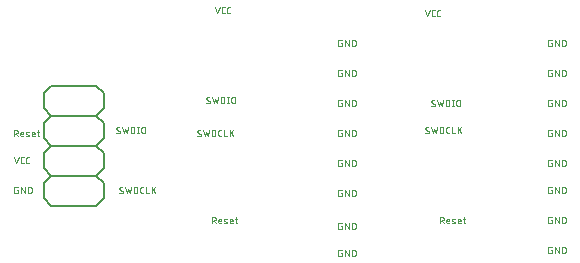
<source format=gbr>
G04 EAGLE Gerber RS-274X export*
G75*
%MOMM*%
%FSLAX34Y34*%
%LPD*%
%INSilkscreen Top*%
%IPPOS*%
%AMOC8*
5,1,8,0,0,1.08239X$1,22.5*%
G01*
%ADD10C,0.050800*%
%ADD11C,0.152400*%


D10*
X63754Y384302D02*
X65617Y378714D01*
X67479Y384302D01*
X70776Y378714D02*
X72018Y378714D01*
X70776Y378714D02*
X70706Y378716D01*
X70637Y378722D01*
X70568Y378732D01*
X70500Y378745D01*
X70432Y378763D01*
X70366Y378784D01*
X70301Y378809D01*
X70237Y378837D01*
X70175Y378869D01*
X70115Y378904D01*
X70057Y378943D01*
X70002Y378985D01*
X69948Y379030D01*
X69898Y379078D01*
X69850Y379128D01*
X69805Y379182D01*
X69763Y379237D01*
X69724Y379295D01*
X69689Y379355D01*
X69657Y379417D01*
X69629Y379481D01*
X69604Y379546D01*
X69583Y379612D01*
X69565Y379680D01*
X69552Y379748D01*
X69542Y379817D01*
X69536Y379886D01*
X69534Y379956D01*
X69535Y379956D02*
X69535Y383060D01*
X69534Y383060D02*
X69536Y383130D01*
X69542Y383199D01*
X69552Y383268D01*
X69565Y383336D01*
X69583Y383404D01*
X69604Y383470D01*
X69629Y383535D01*
X69657Y383599D01*
X69689Y383661D01*
X69724Y383721D01*
X69763Y383779D01*
X69805Y383834D01*
X69850Y383888D01*
X69898Y383938D01*
X69948Y383986D01*
X70002Y384031D01*
X70057Y384073D01*
X70115Y384112D01*
X70175Y384147D01*
X70237Y384179D01*
X70301Y384207D01*
X70366Y384232D01*
X70432Y384253D01*
X70500Y384271D01*
X70568Y384284D01*
X70637Y384294D01*
X70706Y384300D01*
X70776Y384302D01*
X72018Y384302D01*
X75348Y378714D02*
X76590Y378714D01*
X75348Y378714D02*
X75278Y378716D01*
X75209Y378722D01*
X75140Y378732D01*
X75072Y378745D01*
X75004Y378763D01*
X74938Y378784D01*
X74873Y378809D01*
X74809Y378837D01*
X74747Y378869D01*
X74687Y378904D01*
X74629Y378943D01*
X74574Y378985D01*
X74520Y379030D01*
X74470Y379078D01*
X74422Y379128D01*
X74377Y379182D01*
X74335Y379237D01*
X74296Y379295D01*
X74261Y379355D01*
X74229Y379417D01*
X74201Y379481D01*
X74176Y379546D01*
X74155Y379612D01*
X74137Y379680D01*
X74124Y379748D01*
X74114Y379817D01*
X74108Y379886D01*
X74106Y379956D01*
X74106Y383060D01*
X74108Y383130D01*
X74114Y383199D01*
X74124Y383268D01*
X74137Y383336D01*
X74155Y383404D01*
X74176Y383470D01*
X74201Y383535D01*
X74229Y383599D01*
X74261Y383661D01*
X74296Y383721D01*
X74335Y383779D01*
X74377Y383834D01*
X74422Y383888D01*
X74470Y383938D01*
X74520Y383986D01*
X74574Y384031D01*
X74629Y384073D01*
X74687Y384112D01*
X74747Y384147D01*
X74809Y384179D01*
X74873Y384207D01*
X74938Y384232D01*
X75004Y384253D01*
X75072Y384271D01*
X75140Y384284D01*
X75209Y384294D01*
X75278Y384300D01*
X75348Y384302D01*
X76590Y384302D01*
X413597Y503174D02*
X411734Y508762D01*
X415459Y508762D02*
X413597Y503174D01*
X418756Y503174D02*
X419998Y503174D01*
X418756Y503174D02*
X418686Y503176D01*
X418617Y503182D01*
X418548Y503192D01*
X418480Y503205D01*
X418412Y503223D01*
X418346Y503244D01*
X418281Y503269D01*
X418217Y503297D01*
X418155Y503329D01*
X418095Y503364D01*
X418037Y503403D01*
X417982Y503445D01*
X417928Y503490D01*
X417878Y503538D01*
X417830Y503588D01*
X417785Y503642D01*
X417743Y503697D01*
X417704Y503755D01*
X417669Y503815D01*
X417637Y503877D01*
X417609Y503941D01*
X417584Y504006D01*
X417563Y504072D01*
X417545Y504140D01*
X417532Y504208D01*
X417522Y504277D01*
X417516Y504346D01*
X417514Y504416D01*
X417515Y504416D02*
X417515Y507520D01*
X417514Y507520D02*
X417516Y507590D01*
X417522Y507659D01*
X417532Y507728D01*
X417545Y507796D01*
X417563Y507864D01*
X417584Y507930D01*
X417609Y507995D01*
X417637Y508059D01*
X417669Y508121D01*
X417704Y508181D01*
X417743Y508239D01*
X417785Y508294D01*
X417830Y508348D01*
X417878Y508398D01*
X417928Y508446D01*
X417982Y508491D01*
X418037Y508533D01*
X418095Y508572D01*
X418155Y508607D01*
X418217Y508639D01*
X418281Y508667D01*
X418346Y508692D01*
X418412Y508713D01*
X418480Y508731D01*
X418548Y508744D01*
X418617Y508754D01*
X418686Y508760D01*
X418756Y508762D01*
X419998Y508762D01*
X423328Y503174D02*
X424570Y503174D01*
X423328Y503174D02*
X423258Y503176D01*
X423189Y503182D01*
X423120Y503192D01*
X423052Y503205D01*
X422984Y503223D01*
X422918Y503244D01*
X422853Y503269D01*
X422789Y503297D01*
X422727Y503329D01*
X422667Y503364D01*
X422609Y503403D01*
X422554Y503445D01*
X422500Y503490D01*
X422450Y503538D01*
X422402Y503588D01*
X422357Y503642D01*
X422315Y503697D01*
X422276Y503755D01*
X422241Y503815D01*
X422209Y503877D01*
X422181Y503941D01*
X422156Y504006D01*
X422135Y504072D01*
X422117Y504140D01*
X422104Y504208D01*
X422094Y504277D01*
X422088Y504346D01*
X422086Y504416D01*
X422086Y507520D01*
X422088Y507590D01*
X422094Y507659D01*
X422104Y507728D01*
X422117Y507796D01*
X422135Y507864D01*
X422156Y507930D01*
X422181Y507995D01*
X422209Y508059D01*
X422241Y508121D01*
X422276Y508181D01*
X422315Y508239D01*
X422357Y508294D01*
X422402Y508348D01*
X422450Y508398D01*
X422500Y508446D01*
X422554Y508491D01*
X422609Y508533D01*
X422667Y508572D01*
X422727Y508607D01*
X422789Y508639D01*
X422853Y508667D01*
X422918Y508692D01*
X422984Y508713D01*
X423052Y508731D01*
X423120Y508744D01*
X423189Y508754D01*
X423258Y508760D01*
X423328Y508762D01*
X424570Y508762D01*
X66858Y356418D02*
X65927Y356418D01*
X66858Y356418D02*
X66858Y353314D01*
X64996Y353314D01*
X64926Y353316D01*
X64857Y353322D01*
X64788Y353332D01*
X64720Y353345D01*
X64652Y353363D01*
X64586Y353384D01*
X64521Y353409D01*
X64457Y353437D01*
X64395Y353469D01*
X64335Y353504D01*
X64277Y353543D01*
X64222Y353585D01*
X64168Y353630D01*
X64118Y353678D01*
X64070Y353728D01*
X64025Y353782D01*
X63983Y353837D01*
X63944Y353895D01*
X63909Y353955D01*
X63877Y354017D01*
X63849Y354081D01*
X63824Y354146D01*
X63803Y354212D01*
X63785Y354280D01*
X63772Y354348D01*
X63762Y354417D01*
X63756Y354486D01*
X63754Y354556D01*
X63754Y357660D01*
X63756Y357730D01*
X63762Y357799D01*
X63772Y357868D01*
X63785Y357936D01*
X63803Y358004D01*
X63824Y358070D01*
X63849Y358135D01*
X63877Y358199D01*
X63909Y358261D01*
X63944Y358321D01*
X63983Y358379D01*
X64025Y358434D01*
X64070Y358488D01*
X64118Y358538D01*
X64168Y358586D01*
X64222Y358631D01*
X64277Y358673D01*
X64335Y358712D01*
X64395Y358747D01*
X64457Y358779D01*
X64521Y358807D01*
X64586Y358832D01*
X64652Y358853D01*
X64720Y358871D01*
X64788Y358884D01*
X64857Y358894D01*
X64926Y358900D01*
X64996Y358902D01*
X66858Y358902D01*
X69606Y358902D02*
X69606Y353314D01*
X72711Y353314D02*
X69606Y358902D01*
X72711Y358902D02*
X72711Y353314D01*
X75458Y353314D02*
X75458Y358902D01*
X77010Y358902D01*
X77086Y358900D01*
X77162Y358895D01*
X77238Y358885D01*
X77313Y358872D01*
X77387Y358855D01*
X77461Y358835D01*
X77533Y358811D01*
X77604Y358784D01*
X77674Y358753D01*
X77742Y358719D01*
X77808Y358681D01*
X77872Y358640D01*
X77935Y358597D01*
X77995Y358550D01*
X78052Y358500D01*
X78107Y358447D01*
X78160Y358392D01*
X78210Y358335D01*
X78257Y358275D01*
X78300Y358212D01*
X78341Y358148D01*
X78379Y358082D01*
X78413Y358014D01*
X78444Y357944D01*
X78471Y357873D01*
X78495Y357800D01*
X78515Y357727D01*
X78532Y357653D01*
X78545Y357578D01*
X78555Y357502D01*
X78560Y357426D01*
X78562Y357350D01*
X78563Y357350D02*
X78563Y354866D01*
X78562Y354866D02*
X78560Y354787D01*
X78554Y354709D01*
X78544Y354631D01*
X78530Y354554D01*
X78512Y354477D01*
X78491Y354401D01*
X78465Y354327D01*
X78436Y354254D01*
X78403Y354183D01*
X78367Y354113D01*
X78327Y354045D01*
X78284Y353979D01*
X78237Y353916D01*
X78188Y353855D01*
X78135Y353797D01*
X78079Y353741D01*
X78021Y353688D01*
X77960Y353639D01*
X77897Y353592D01*
X77831Y353549D01*
X77763Y353509D01*
X77694Y353473D01*
X77622Y353440D01*
X77549Y353411D01*
X77475Y353385D01*
X77399Y353364D01*
X77322Y353346D01*
X77245Y353332D01*
X77167Y353322D01*
X77089Y353316D01*
X77010Y353314D01*
X75458Y353314D01*
X424434Y333502D02*
X424434Y327914D01*
X424434Y333502D02*
X425986Y333502D01*
X426063Y333500D01*
X426141Y333494D01*
X426217Y333485D01*
X426294Y333471D01*
X426369Y333454D01*
X426443Y333433D01*
X426517Y333408D01*
X426589Y333380D01*
X426659Y333348D01*
X426728Y333313D01*
X426795Y333274D01*
X426860Y333232D01*
X426923Y333187D01*
X426984Y333139D01*
X427042Y333088D01*
X427097Y333034D01*
X427150Y332977D01*
X427199Y332918D01*
X427246Y332856D01*
X427290Y332792D01*
X427330Y332726D01*
X427367Y332658D01*
X427401Y332588D01*
X427431Y332517D01*
X427457Y332444D01*
X427480Y332370D01*
X427499Y332295D01*
X427514Y332220D01*
X427526Y332143D01*
X427534Y332066D01*
X427538Y331989D01*
X427538Y331911D01*
X427534Y331834D01*
X427526Y331757D01*
X427514Y331680D01*
X427499Y331605D01*
X427480Y331530D01*
X427457Y331456D01*
X427431Y331383D01*
X427401Y331312D01*
X427367Y331242D01*
X427330Y331174D01*
X427290Y331108D01*
X427246Y331044D01*
X427199Y330982D01*
X427150Y330923D01*
X427097Y330866D01*
X427042Y330812D01*
X426984Y330761D01*
X426923Y330713D01*
X426860Y330668D01*
X426795Y330626D01*
X426728Y330587D01*
X426659Y330552D01*
X426589Y330520D01*
X426517Y330492D01*
X426443Y330467D01*
X426369Y330446D01*
X426294Y330429D01*
X426217Y330415D01*
X426141Y330406D01*
X426063Y330400D01*
X425986Y330398D01*
X424434Y330398D01*
X426297Y330398D02*
X427538Y327914D01*
X430760Y327914D02*
X432313Y327914D01*
X430760Y327914D02*
X430702Y327916D01*
X430643Y327921D01*
X430586Y327930D01*
X430528Y327943D01*
X430472Y327960D01*
X430417Y327979D01*
X430364Y328003D01*
X430311Y328029D01*
X430261Y328059D01*
X430213Y328092D01*
X430167Y328128D01*
X430123Y328166D01*
X430081Y328208D01*
X430043Y328252D01*
X430007Y328298D01*
X429974Y328346D01*
X429944Y328396D01*
X429918Y328449D01*
X429894Y328502D01*
X429875Y328557D01*
X429858Y328613D01*
X429845Y328671D01*
X429836Y328728D01*
X429831Y328787D01*
X429829Y328845D01*
X429829Y330398D01*
X429831Y330468D01*
X429837Y330537D01*
X429847Y330606D01*
X429860Y330674D01*
X429878Y330742D01*
X429899Y330808D01*
X429924Y330873D01*
X429952Y330937D01*
X429984Y330999D01*
X430019Y331059D01*
X430058Y331117D01*
X430100Y331172D01*
X430145Y331226D01*
X430193Y331276D01*
X430243Y331324D01*
X430297Y331369D01*
X430352Y331411D01*
X430410Y331450D01*
X430470Y331485D01*
X430532Y331517D01*
X430596Y331545D01*
X430661Y331570D01*
X430727Y331591D01*
X430795Y331609D01*
X430863Y331622D01*
X430932Y331632D01*
X431001Y331638D01*
X431071Y331640D01*
X431141Y331638D01*
X431210Y331632D01*
X431279Y331622D01*
X431347Y331609D01*
X431415Y331591D01*
X431481Y331570D01*
X431546Y331545D01*
X431610Y331517D01*
X431672Y331485D01*
X431732Y331450D01*
X431790Y331411D01*
X431845Y331369D01*
X431899Y331324D01*
X431949Y331276D01*
X431997Y331226D01*
X432042Y331172D01*
X432084Y331117D01*
X432123Y331059D01*
X432158Y330999D01*
X432190Y330937D01*
X432218Y330873D01*
X432243Y330808D01*
X432264Y330742D01*
X432282Y330674D01*
X432295Y330606D01*
X432305Y330537D01*
X432311Y330468D01*
X432313Y330398D01*
X432313Y329777D01*
X429829Y329777D01*
X435049Y330087D02*
X436602Y329466D01*
X435049Y330087D02*
X434998Y330109D01*
X434949Y330135D01*
X434901Y330164D01*
X434856Y330197D01*
X434813Y330233D01*
X434772Y330271D01*
X434735Y330313D01*
X434700Y330356D01*
X434668Y330402D01*
X434640Y330451D01*
X434615Y330501D01*
X434594Y330552D01*
X434576Y330605D01*
X434562Y330659D01*
X434552Y330714D01*
X434546Y330770D01*
X434543Y330825D01*
X434544Y330881D01*
X434550Y330937D01*
X434559Y330992D01*
X434571Y331046D01*
X434588Y331100D01*
X434608Y331152D01*
X434632Y331202D01*
X434659Y331251D01*
X434690Y331298D01*
X434724Y331342D01*
X434760Y331384D01*
X434800Y331424D01*
X434842Y331460D01*
X434887Y331494D01*
X434934Y331524D01*
X434982Y331551D01*
X435033Y331575D01*
X435085Y331595D01*
X435139Y331611D01*
X435193Y331624D01*
X435248Y331633D01*
X435304Y331638D01*
X435360Y331639D01*
X435360Y331640D02*
X435471Y331636D01*
X435582Y331630D01*
X435692Y331619D01*
X435802Y331605D01*
X435912Y331588D01*
X436021Y331568D01*
X436129Y331544D01*
X436236Y331516D01*
X436343Y331485D01*
X436448Y331451D01*
X436553Y331414D01*
X436656Y331373D01*
X436758Y331329D01*
X436602Y329466D02*
X436653Y329444D01*
X436702Y329418D01*
X436750Y329389D01*
X436795Y329356D01*
X436838Y329320D01*
X436879Y329282D01*
X436916Y329240D01*
X436951Y329197D01*
X436983Y329151D01*
X437011Y329102D01*
X437036Y329052D01*
X437057Y329001D01*
X437075Y328948D01*
X437089Y328894D01*
X437099Y328839D01*
X437105Y328783D01*
X437108Y328728D01*
X437107Y328672D01*
X437101Y328616D01*
X437092Y328561D01*
X437080Y328507D01*
X437063Y328453D01*
X437043Y328401D01*
X437019Y328351D01*
X436992Y328302D01*
X436961Y328255D01*
X436927Y328211D01*
X436891Y328169D01*
X436851Y328129D01*
X436809Y328093D01*
X436764Y328059D01*
X436717Y328029D01*
X436669Y328002D01*
X436618Y327978D01*
X436566Y327958D01*
X436512Y327942D01*
X436458Y327929D01*
X436403Y327920D01*
X436347Y327915D01*
X436291Y327914D01*
X436157Y327917D01*
X436023Y327924D01*
X435889Y327935D01*
X435756Y327948D01*
X435623Y327966D01*
X435490Y327986D01*
X435358Y328010D01*
X435227Y328038D01*
X435096Y328068D01*
X434967Y328102D01*
X434838Y328140D01*
X434710Y328180D01*
X434583Y328224D01*
X440270Y327914D02*
X441822Y327914D01*
X440270Y327914D02*
X440212Y327916D01*
X440153Y327921D01*
X440096Y327930D01*
X440038Y327943D01*
X439982Y327960D01*
X439927Y327979D01*
X439874Y328003D01*
X439821Y328029D01*
X439771Y328059D01*
X439723Y328092D01*
X439677Y328128D01*
X439633Y328166D01*
X439591Y328208D01*
X439553Y328252D01*
X439517Y328298D01*
X439484Y328346D01*
X439454Y328396D01*
X439428Y328449D01*
X439404Y328502D01*
X439385Y328557D01*
X439368Y328613D01*
X439355Y328671D01*
X439346Y328728D01*
X439341Y328787D01*
X439339Y328845D01*
X439339Y330398D01*
X439338Y330398D02*
X439340Y330468D01*
X439346Y330537D01*
X439356Y330606D01*
X439369Y330674D01*
X439387Y330742D01*
X439408Y330808D01*
X439433Y330873D01*
X439461Y330937D01*
X439493Y330999D01*
X439528Y331059D01*
X439567Y331117D01*
X439609Y331172D01*
X439654Y331226D01*
X439702Y331276D01*
X439752Y331324D01*
X439806Y331369D01*
X439861Y331411D01*
X439919Y331450D01*
X439979Y331485D01*
X440041Y331517D01*
X440105Y331545D01*
X440170Y331570D01*
X440236Y331591D01*
X440304Y331609D01*
X440372Y331622D01*
X440441Y331632D01*
X440510Y331638D01*
X440580Y331640D01*
X440650Y331638D01*
X440719Y331632D01*
X440788Y331622D01*
X440856Y331609D01*
X440924Y331591D01*
X440990Y331570D01*
X441055Y331545D01*
X441119Y331517D01*
X441181Y331485D01*
X441241Y331450D01*
X441299Y331411D01*
X441354Y331369D01*
X441408Y331324D01*
X441458Y331276D01*
X441506Y331226D01*
X441551Y331172D01*
X441593Y331117D01*
X441632Y331059D01*
X441667Y330999D01*
X441699Y330937D01*
X441727Y330873D01*
X441752Y330808D01*
X441773Y330742D01*
X441791Y330674D01*
X441804Y330606D01*
X441814Y330537D01*
X441820Y330468D01*
X441822Y330398D01*
X441822Y329777D01*
X439339Y329777D01*
X443627Y331639D02*
X445490Y331639D01*
X444248Y333502D02*
X444248Y328845D01*
X444250Y328787D01*
X444255Y328728D01*
X444264Y328671D01*
X444277Y328613D01*
X444294Y328557D01*
X444313Y328502D01*
X444337Y328449D01*
X444363Y328396D01*
X444393Y328346D01*
X444426Y328298D01*
X444462Y328252D01*
X444500Y328208D01*
X444542Y328166D01*
X444586Y328128D01*
X444632Y328092D01*
X444680Y328059D01*
X444731Y328029D01*
X444783Y328003D01*
X444836Y327979D01*
X444891Y327960D01*
X444947Y327943D01*
X445005Y327930D01*
X445062Y327921D01*
X445121Y327916D01*
X445179Y327914D01*
X445490Y327914D01*
X63754Y401574D02*
X63754Y407162D01*
X65306Y407162D01*
X65383Y407160D01*
X65461Y407154D01*
X65537Y407145D01*
X65614Y407131D01*
X65689Y407114D01*
X65763Y407093D01*
X65837Y407068D01*
X65909Y407040D01*
X65979Y407008D01*
X66048Y406973D01*
X66115Y406934D01*
X66180Y406892D01*
X66243Y406847D01*
X66304Y406799D01*
X66362Y406748D01*
X66417Y406694D01*
X66470Y406637D01*
X66519Y406578D01*
X66566Y406516D01*
X66610Y406452D01*
X66650Y406386D01*
X66687Y406318D01*
X66721Y406248D01*
X66751Y406177D01*
X66777Y406104D01*
X66800Y406030D01*
X66819Y405955D01*
X66834Y405880D01*
X66846Y405803D01*
X66854Y405726D01*
X66858Y405649D01*
X66858Y405571D01*
X66854Y405494D01*
X66846Y405417D01*
X66834Y405340D01*
X66819Y405265D01*
X66800Y405190D01*
X66777Y405116D01*
X66751Y405043D01*
X66721Y404972D01*
X66687Y404902D01*
X66650Y404834D01*
X66610Y404768D01*
X66566Y404704D01*
X66519Y404642D01*
X66470Y404583D01*
X66417Y404526D01*
X66362Y404472D01*
X66304Y404421D01*
X66243Y404373D01*
X66180Y404328D01*
X66115Y404286D01*
X66048Y404247D01*
X65979Y404212D01*
X65909Y404180D01*
X65837Y404152D01*
X65763Y404127D01*
X65689Y404106D01*
X65614Y404089D01*
X65537Y404075D01*
X65461Y404066D01*
X65383Y404060D01*
X65306Y404058D01*
X63754Y404058D01*
X65617Y404058D02*
X66858Y401574D01*
X70080Y401574D02*
X71633Y401574D01*
X70080Y401574D02*
X70022Y401576D01*
X69963Y401581D01*
X69906Y401590D01*
X69848Y401603D01*
X69792Y401620D01*
X69737Y401639D01*
X69684Y401663D01*
X69631Y401689D01*
X69581Y401719D01*
X69533Y401752D01*
X69487Y401788D01*
X69443Y401826D01*
X69401Y401868D01*
X69363Y401912D01*
X69327Y401958D01*
X69294Y402006D01*
X69264Y402056D01*
X69238Y402109D01*
X69214Y402162D01*
X69195Y402217D01*
X69178Y402273D01*
X69165Y402331D01*
X69156Y402388D01*
X69151Y402447D01*
X69149Y402505D01*
X69149Y404058D01*
X69151Y404128D01*
X69157Y404197D01*
X69167Y404266D01*
X69180Y404334D01*
X69198Y404402D01*
X69219Y404468D01*
X69244Y404533D01*
X69272Y404597D01*
X69304Y404659D01*
X69339Y404719D01*
X69378Y404777D01*
X69420Y404832D01*
X69465Y404886D01*
X69513Y404936D01*
X69563Y404984D01*
X69617Y405029D01*
X69672Y405071D01*
X69730Y405110D01*
X69790Y405145D01*
X69852Y405177D01*
X69916Y405205D01*
X69981Y405230D01*
X70047Y405251D01*
X70115Y405269D01*
X70183Y405282D01*
X70252Y405292D01*
X70321Y405298D01*
X70391Y405300D01*
X70461Y405298D01*
X70530Y405292D01*
X70599Y405282D01*
X70667Y405269D01*
X70735Y405251D01*
X70801Y405230D01*
X70866Y405205D01*
X70930Y405177D01*
X70992Y405145D01*
X71052Y405110D01*
X71110Y405071D01*
X71165Y405029D01*
X71219Y404984D01*
X71269Y404936D01*
X71317Y404886D01*
X71362Y404832D01*
X71404Y404777D01*
X71443Y404719D01*
X71478Y404659D01*
X71510Y404597D01*
X71538Y404533D01*
X71563Y404468D01*
X71584Y404402D01*
X71602Y404334D01*
X71615Y404266D01*
X71625Y404197D01*
X71631Y404128D01*
X71633Y404058D01*
X71633Y403437D01*
X69149Y403437D01*
X74369Y403747D02*
X75922Y403126D01*
X74369Y403747D02*
X74318Y403769D01*
X74269Y403795D01*
X74221Y403824D01*
X74176Y403857D01*
X74133Y403893D01*
X74092Y403931D01*
X74055Y403973D01*
X74020Y404016D01*
X73988Y404062D01*
X73960Y404111D01*
X73935Y404161D01*
X73914Y404212D01*
X73896Y404265D01*
X73882Y404319D01*
X73872Y404374D01*
X73866Y404430D01*
X73863Y404485D01*
X73864Y404541D01*
X73870Y404597D01*
X73879Y404652D01*
X73891Y404706D01*
X73908Y404760D01*
X73928Y404812D01*
X73952Y404862D01*
X73979Y404911D01*
X74010Y404958D01*
X74044Y405002D01*
X74080Y405044D01*
X74120Y405084D01*
X74162Y405120D01*
X74207Y405154D01*
X74254Y405184D01*
X74302Y405211D01*
X74353Y405235D01*
X74405Y405255D01*
X74459Y405271D01*
X74513Y405284D01*
X74568Y405293D01*
X74624Y405298D01*
X74680Y405299D01*
X74680Y405300D02*
X74791Y405296D01*
X74902Y405290D01*
X75012Y405279D01*
X75122Y405265D01*
X75232Y405248D01*
X75341Y405228D01*
X75449Y405204D01*
X75556Y405176D01*
X75663Y405145D01*
X75768Y405111D01*
X75873Y405074D01*
X75976Y405033D01*
X76078Y404989D01*
X75922Y403126D02*
X75973Y403104D01*
X76022Y403078D01*
X76070Y403049D01*
X76115Y403016D01*
X76158Y402980D01*
X76199Y402942D01*
X76236Y402900D01*
X76271Y402857D01*
X76303Y402811D01*
X76331Y402762D01*
X76356Y402712D01*
X76377Y402661D01*
X76395Y402608D01*
X76409Y402554D01*
X76419Y402499D01*
X76425Y402443D01*
X76428Y402388D01*
X76427Y402332D01*
X76421Y402276D01*
X76412Y402221D01*
X76400Y402167D01*
X76383Y402113D01*
X76363Y402061D01*
X76339Y402011D01*
X76312Y401962D01*
X76281Y401915D01*
X76247Y401871D01*
X76211Y401829D01*
X76171Y401789D01*
X76129Y401753D01*
X76084Y401719D01*
X76037Y401689D01*
X75989Y401662D01*
X75938Y401638D01*
X75886Y401618D01*
X75832Y401602D01*
X75778Y401589D01*
X75723Y401580D01*
X75667Y401575D01*
X75611Y401574D01*
X75477Y401577D01*
X75343Y401584D01*
X75209Y401595D01*
X75076Y401608D01*
X74943Y401626D01*
X74810Y401646D01*
X74678Y401670D01*
X74547Y401698D01*
X74416Y401728D01*
X74287Y401762D01*
X74158Y401800D01*
X74030Y401840D01*
X73903Y401884D01*
X79590Y401574D02*
X81142Y401574D01*
X79590Y401574D02*
X79532Y401576D01*
X79473Y401581D01*
X79416Y401590D01*
X79358Y401603D01*
X79302Y401620D01*
X79247Y401639D01*
X79194Y401663D01*
X79141Y401689D01*
X79091Y401719D01*
X79043Y401752D01*
X78997Y401788D01*
X78953Y401826D01*
X78911Y401868D01*
X78873Y401912D01*
X78837Y401958D01*
X78804Y402006D01*
X78774Y402056D01*
X78748Y402109D01*
X78724Y402162D01*
X78705Y402217D01*
X78688Y402273D01*
X78675Y402331D01*
X78666Y402388D01*
X78661Y402447D01*
X78659Y402505D01*
X78659Y404058D01*
X78658Y404058D02*
X78660Y404128D01*
X78666Y404197D01*
X78676Y404266D01*
X78689Y404334D01*
X78707Y404402D01*
X78728Y404468D01*
X78753Y404533D01*
X78781Y404597D01*
X78813Y404659D01*
X78848Y404719D01*
X78887Y404777D01*
X78929Y404832D01*
X78974Y404886D01*
X79022Y404936D01*
X79072Y404984D01*
X79126Y405029D01*
X79181Y405071D01*
X79239Y405110D01*
X79299Y405145D01*
X79361Y405177D01*
X79425Y405205D01*
X79490Y405230D01*
X79556Y405251D01*
X79624Y405269D01*
X79692Y405282D01*
X79761Y405292D01*
X79830Y405298D01*
X79900Y405300D01*
X79970Y405298D01*
X80039Y405292D01*
X80108Y405282D01*
X80176Y405269D01*
X80244Y405251D01*
X80310Y405230D01*
X80375Y405205D01*
X80439Y405177D01*
X80501Y405145D01*
X80561Y405110D01*
X80619Y405071D01*
X80674Y405029D01*
X80728Y404984D01*
X80778Y404936D01*
X80826Y404886D01*
X80871Y404832D01*
X80913Y404777D01*
X80952Y404719D01*
X80987Y404659D01*
X81019Y404597D01*
X81047Y404533D01*
X81072Y404468D01*
X81093Y404402D01*
X81111Y404334D01*
X81124Y404266D01*
X81134Y404197D01*
X81140Y404128D01*
X81142Y404058D01*
X81142Y403437D01*
X78659Y403437D01*
X82947Y405299D02*
X84810Y405299D01*
X83568Y407162D02*
X83568Y402505D01*
X83570Y402447D01*
X83575Y402388D01*
X83584Y402331D01*
X83597Y402273D01*
X83614Y402217D01*
X83633Y402162D01*
X83657Y402109D01*
X83683Y402056D01*
X83713Y402006D01*
X83746Y401958D01*
X83782Y401912D01*
X83820Y401868D01*
X83862Y401826D01*
X83906Y401788D01*
X83952Y401752D01*
X84000Y401719D01*
X84051Y401689D01*
X84103Y401663D01*
X84156Y401639D01*
X84211Y401620D01*
X84267Y401603D01*
X84325Y401590D01*
X84382Y401581D01*
X84441Y401576D01*
X84499Y401574D01*
X84810Y401574D01*
X418677Y426974D02*
X418747Y426976D01*
X418816Y426982D01*
X418885Y426992D01*
X418953Y427005D01*
X419021Y427023D01*
X419087Y427044D01*
X419152Y427069D01*
X419216Y427097D01*
X419278Y427129D01*
X419338Y427164D01*
X419396Y427203D01*
X419451Y427245D01*
X419505Y427290D01*
X419555Y427338D01*
X419603Y427388D01*
X419648Y427442D01*
X419690Y427497D01*
X419729Y427555D01*
X419764Y427615D01*
X419796Y427677D01*
X419824Y427741D01*
X419849Y427806D01*
X419870Y427872D01*
X419888Y427940D01*
X419901Y428008D01*
X419911Y428077D01*
X419917Y428146D01*
X419919Y428216D01*
X418677Y426974D02*
X418578Y426976D01*
X418480Y426981D01*
X418382Y426991D01*
X418284Y427004D01*
X418187Y427020D01*
X418090Y427040D01*
X417995Y427064D01*
X417900Y427092D01*
X417806Y427123D01*
X417714Y427157D01*
X417623Y427195D01*
X417533Y427236D01*
X417445Y427281D01*
X417359Y427329D01*
X417275Y427380D01*
X417193Y427434D01*
X417112Y427492D01*
X417034Y427552D01*
X416959Y427615D01*
X416885Y427681D01*
X416815Y427750D01*
X416969Y431320D02*
X416971Y431390D01*
X416977Y431459D01*
X416987Y431528D01*
X417000Y431596D01*
X417018Y431664D01*
X417039Y431730D01*
X417064Y431795D01*
X417092Y431859D01*
X417124Y431921D01*
X417159Y431981D01*
X417198Y432039D01*
X417240Y432094D01*
X417285Y432148D01*
X417333Y432198D01*
X417383Y432246D01*
X417437Y432291D01*
X417492Y432333D01*
X417550Y432372D01*
X417610Y432407D01*
X417672Y432439D01*
X417736Y432467D01*
X417801Y432492D01*
X417867Y432513D01*
X417935Y432531D01*
X418003Y432544D01*
X418072Y432554D01*
X418141Y432560D01*
X418211Y432562D01*
X418305Y432560D01*
X418398Y432554D01*
X418491Y432545D01*
X418584Y432532D01*
X418676Y432515D01*
X418767Y432495D01*
X418858Y432470D01*
X418947Y432443D01*
X419035Y432411D01*
X419122Y432376D01*
X419208Y432338D01*
X419291Y432296D01*
X419373Y432251D01*
X419454Y432203D01*
X419532Y432151D01*
X419608Y432096D01*
X417590Y430234D02*
X417531Y430270D01*
X417475Y430310D01*
X417421Y430353D01*
X417369Y430398D01*
X417320Y430447D01*
X417274Y430498D01*
X417231Y430551D01*
X417190Y430607D01*
X417153Y430665D01*
X417118Y430725D01*
X417088Y430786D01*
X417060Y430849D01*
X417036Y430914D01*
X417016Y430980D01*
X416999Y431047D01*
X416986Y431114D01*
X416977Y431182D01*
X416971Y431251D01*
X416969Y431320D01*
X419297Y429302D02*
X419356Y429266D01*
X419412Y429226D01*
X419466Y429183D01*
X419518Y429138D01*
X419567Y429089D01*
X419613Y429038D01*
X419656Y428985D01*
X419697Y428929D01*
X419734Y428871D01*
X419769Y428811D01*
X419799Y428750D01*
X419827Y428687D01*
X419851Y428622D01*
X419871Y428556D01*
X419888Y428489D01*
X419901Y428422D01*
X419910Y428354D01*
X419916Y428285D01*
X419918Y428216D01*
X419298Y429302D02*
X417590Y430234D01*
X421918Y432562D02*
X423159Y426974D01*
X424401Y430699D01*
X425643Y426974D01*
X426885Y432562D01*
X429250Y432562D02*
X429250Y426974D01*
X429250Y432562D02*
X430802Y432562D01*
X430878Y432560D01*
X430954Y432555D01*
X431030Y432545D01*
X431105Y432532D01*
X431179Y432515D01*
X431253Y432495D01*
X431325Y432471D01*
X431396Y432444D01*
X431466Y432413D01*
X431534Y432379D01*
X431600Y432341D01*
X431664Y432300D01*
X431727Y432257D01*
X431787Y432210D01*
X431844Y432160D01*
X431899Y432107D01*
X431952Y432052D01*
X432002Y431995D01*
X432049Y431935D01*
X432092Y431872D01*
X432133Y431808D01*
X432171Y431742D01*
X432205Y431674D01*
X432236Y431604D01*
X432263Y431533D01*
X432287Y431460D01*
X432307Y431387D01*
X432324Y431313D01*
X432337Y431238D01*
X432347Y431162D01*
X432352Y431086D01*
X432354Y431010D01*
X432354Y428526D01*
X432352Y428447D01*
X432346Y428369D01*
X432336Y428291D01*
X432322Y428214D01*
X432304Y428137D01*
X432283Y428061D01*
X432257Y427987D01*
X432228Y427914D01*
X432195Y427843D01*
X432159Y427773D01*
X432119Y427705D01*
X432076Y427639D01*
X432029Y427576D01*
X431980Y427515D01*
X431927Y427457D01*
X431871Y427401D01*
X431813Y427348D01*
X431752Y427299D01*
X431689Y427252D01*
X431623Y427209D01*
X431555Y427169D01*
X431486Y427133D01*
X431414Y427100D01*
X431341Y427071D01*
X431267Y427045D01*
X431191Y427024D01*
X431114Y427006D01*
X431037Y426992D01*
X430959Y426982D01*
X430881Y426976D01*
X430802Y426974D01*
X429250Y426974D01*
X435374Y426974D02*
X435374Y432562D01*
X434753Y426974D02*
X435995Y426974D01*
X435995Y432562D02*
X434753Y432562D01*
X438211Y431010D02*
X438211Y428526D01*
X438211Y431010D02*
X438213Y431087D01*
X438219Y431165D01*
X438228Y431241D01*
X438242Y431318D01*
X438259Y431393D01*
X438280Y431467D01*
X438305Y431541D01*
X438333Y431613D01*
X438365Y431683D01*
X438400Y431752D01*
X438439Y431819D01*
X438481Y431884D01*
X438526Y431947D01*
X438574Y432008D01*
X438625Y432066D01*
X438679Y432121D01*
X438736Y432174D01*
X438795Y432223D01*
X438857Y432270D01*
X438921Y432314D01*
X438987Y432354D01*
X439055Y432391D01*
X439125Y432425D01*
X439196Y432455D01*
X439269Y432481D01*
X439343Y432504D01*
X439418Y432523D01*
X439493Y432538D01*
X439570Y432550D01*
X439647Y432558D01*
X439724Y432562D01*
X439802Y432562D01*
X439879Y432558D01*
X439956Y432550D01*
X440033Y432538D01*
X440108Y432523D01*
X440183Y432504D01*
X440257Y432481D01*
X440330Y432455D01*
X440401Y432425D01*
X440471Y432391D01*
X440539Y432354D01*
X440605Y432314D01*
X440669Y432270D01*
X440731Y432223D01*
X440790Y432174D01*
X440847Y432121D01*
X440901Y432066D01*
X440952Y432008D01*
X441000Y431947D01*
X441045Y431884D01*
X441087Y431819D01*
X441126Y431752D01*
X441161Y431683D01*
X441193Y431613D01*
X441221Y431541D01*
X441246Y431467D01*
X441267Y431393D01*
X441284Y431318D01*
X441298Y431241D01*
X441307Y431165D01*
X441313Y431087D01*
X441315Y431010D01*
X441315Y428526D01*
X441313Y428449D01*
X441307Y428371D01*
X441298Y428295D01*
X441284Y428218D01*
X441267Y428143D01*
X441246Y428069D01*
X441221Y427995D01*
X441193Y427923D01*
X441161Y427853D01*
X441126Y427784D01*
X441087Y427717D01*
X441045Y427652D01*
X441000Y427589D01*
X440952Y427528D01*
X440901Y427470D01*
X440847Y427415D01*
X440790Y427362D01*
X440731Y427313D01*
X440669Y427266D01*
X440605Y427222D01*
X440539Y427182D01*
X440471Y427145D01*
X440401Y427111D01*
X440330Y427081D01*
X440257Y427055D01*
X440183Y427032D01*
X440108Y427013D01*
X440033Y426998D01*
X439956Y426986D01*
X439879Y426978D01*
X439802Y426974D01*
X439724Y426974D01*
X439647Y426978D01*
X439570Y426986D01*
X439493Y426998D01*
X439418Y427013D01*
X439343Y427032D01*
X439269Y427055D01*
X439196Y427081D01*
X439125Y427111D01*
X439055Y427145D01*
X438987Y427182D01*
X438921Y427222D01*
X438857Y427266D01*
X438795Y427313D01*
X438736Y427362D01*
X438679Y427415D01*
X438625Y427470D01*
X438574Y427528D01*
X438526Y427589D01*
X438481Y427652D01*
X438439Y427717D01*
X438400Y427784D01*
X438365Y427853D01*
X438333Y427923D01*
X438305Y427995D01*
X438280Y428069D01*
X438259Y428143D01*
X438242Y428218D01*
X438228Y428295D01*
X438219Y428371D01*
X438213Y428449D01*
X438211Y428526D01*
X153219Y405356D02*
X153217Y405286D01*
X153211Y405217D01*
X153201Y405148D01*
X153188Y405080D01*
X153170Y405012D01*
X153149Y404946D01*
X153124Y404881D01*
X153096Y404817D01*
X153064Y404755D01*
X153029Y404695D01*
X152990Y404637D01*
X152948Y404582D01*
X152903Y404528D01*
X152855Y404478D01*
X152805Y404430D01*
X152751Y404385D01*
X152696Y404343D01*
X152638Y404304D01*
X152578Y404269D01*
X152516Y404237D01*
X152452Y404209D01*
X152387Y404184D01*
X152321Y404163D01*
X152253Y404145D01*
X152185Y404132D01*
X152116Y404122D01*
X152047Y404116D01*
X151977Y404114D01*
X151878Y404116D01*
X151780Y404121D01*
X151682Y404131D01*
X151584Y404144D01*
X151487Y404160D01*
X151390Y404180D01*
X151295Y404204D01*
X151200Y404232D01*
X151106Y404263D01*
X151014Y404297D01*
X150923Y404335D01*
X150833Y404376D01*
X150745Y404421D01*
X150659Y404469D01*
X150575Y404520D01*
X150493Y404574D01*
X150412Y404632D01*
X150334Y404692D01*
X150259Y404755D01*
X150185Y404821D01*
X150115Y404890D01*
X150269Y408460D02*
X150271Y408530D01*
X150277Y408599D01*
X150287Y408668D01*
X150300Y408736D01*
X150318Y408804D01*
X150339Y408870D01*
X150364Y408935D01*
X150392Y408999D01*
X150424Y409061D01*
X150459Y409121D01*
X150498Y409179D01*
X150540Y409234D01*
X150585Y409288D01*
X150633Y409338D01*
X150683Y409386D01*
X150737Y409431D01*
X150792Y409473D01*
X150850Y409512D01*
X150910Y409547D01*
X150972Y409579D01*
X151036Y409607D01*
X151101Y409632D01*
X151167Y409653D01*
X151235Y409671D01*
X151303Y409684D01*
X151372Y409694D01*
X151441Y409700D01*
X151511Y409702D01*
X151605Y409700D01*
X151698Y409694D01*
X151791Y409685D01*
X151884Y409672D01*
X151976Y409655D01*
X152067Y409635D01*
X152158Y409610D01*
X152247Y409583D01*
X152335Y409551D01*
X152422Y409516D01*
X152508Y409478D01*
X152591Y409436D01*
X152673Y409391D01*
X152754Y409343D01*
X152832Y409291D01*
X152908Y409236D01*
X150890Y407374D02*
X150831Y407410D01*
X150775Y407450D01*
X150721Y407493D01*
X150669Y407538D01*
X150620Y407587D01*
X150574Y407638D01*
X150531Y407691D01*
X150490Y407747D01*
X150453Y407805D01*
X150418Y407865D01*
X150388Y407926D01*
X150360Y407989D01*
X150336Y408054D01*
X150316Y408120D01*
X150299Y408187D01*
X150286Y408254D01*
X150277Y408322D01*
X150271Y408391D01*
X150269Y408460D01*
X152597Y406442D02*
X152656Y406406D01*
X152712Y406366D01*
X152766Y406323D01*
X152818Y406278D01*
X152867Y406229D01*
X152913Y406178D01*
X152956Y406125D01*
X152997Y406069D01*
X153034Y406011D01*
X153069Y405951D01*
X153099Y405890D01*
X153127Y405827D01*
X153151Y405762D01*
X153171Y405696D01*
X153188Y405629D01*
X153201Y405562D01*
X153210Y405494D01*
X153216Y405425D01*
X153218Y405356D01*
X152598Y406442D02*
X150890Y407374D01*
X155218Y409702D02*
X156459Y404114D01*
X157701Y407839D01*
X158943Y404114D01*
X160185Y409702D01*
X162550Y409702D02*
X162550Y404114D01*
X162550Y409702D02*
X164102Y409702D01*
X164178Y409700D01*
X164254Y409695D01*
X164330Y409685D01*
X164405Y409672D01*
X164479Y409655D01*
X164553Y409635D01*
X164625Y409611D01*
X164696Y409584D01*
X164766Y409553D01*
X164834Y409519D01*
X164900Y409481D01*
X164964Y409440D01*
X165027Y409397D01*
X165087Y409350D01*
X165144Y409300D01*
X165199Y409247D01*
X165252Y409192D01*
X165302Y409135D01*
X165349Y409075D01*
X165392Y409012D01*
X165433Y408948D01*
X165471Y408882D01*
X165505Y408814D01*
X165536Y408744D01*
X165563Y408673D01*
X165587Y408600D01*
X165607Y408527D01*
X165624Y408453D01*
X165637Y408378D01*
X165647Y408302D01*
X165652Y408226D01*
X165654Y408150D01*
X165654Y405666D01*
X165652Y405587D01*
X165646Y405509D01*
X165636Y405431D01*
X165622Y405354D01*
X165604Y405277D01*
X165583Y405201D01*
X165557Y405127D01*
X165528Y405054D01*
X165495Y404983D01*
X165459Y404913D01*
X165419Y404845D01*
X165376Y404779D01*
X165329Y404716D01*
X165280Y404655D01*
X165227Y404597D01*
X165171Y404541D01*
X165113Y404488D01*
X165052Y404439D01*
X164989Y404392D01*
X164923Y404349D01*
X164855Y404309D01*
X164786Y404273D01*
X164714Y404240D01*
X164641Y404211D01*
X164567Y404185D01*
X164491Y404164D01*
X164414Y404146D01*
X164337Y404132D01*
X164259Y404122D01*
X164181Y404116D01*
X164102Y404114D01*
X162550Y404114D01*
X168674Y404114D02*
X168674Y409702D01*
X168053Y404114D02*
X169295Y404114D01*
X169295Y409702D02*
X168053Y409702D01*
X171511Y408150D02*
X171511Y405666D01*
X171511Y408150D02*
X171513Y408227D01*
X171519Y408305D01*
X171528Y408381D01*
X171542Y408458D01*
X171559Y408533D01*
X171580Y408607D01*
X171605Y408681D01*
X171633Y408753D01*
X171665Y408823D01*
X171700Y408892D01*
X171739Y408959D01*
X171781Y409024D01*
X171826Y409087D01*
X171874Y409148D01*
X171925Y409206D01*
X171979Y409261D01*
X172036Y409314D01*
X172095Y409363D01*
X172157Y409410D01*
X172221Y409454D01*
X172287Y409494D01*
X172355Y409531D01*
X172425Y409565D01*
X172496Y409595D01*
X172569Y409621D01*
X172643Y409644D01*
X172718Y409663D01*
X172793Y409678D01*
X172870Y409690D01*
X172947Y409698D01*
X173024Y409702D01*
X173102Y409702D01*
X173179Y409698D01*
X173256Y409690D01*
X173333Y409678D01*
X173408Y409663D01*
X173483Y409644D01*
X173557Y409621D01*
X173630Y409595D01*
X173701Y409565D01*
X173771Y409531D01*
X173839Y409494D01*
X173905Y409454D01*
X173969Y409410D01*
X174031Y409363D01*
X174090Y409314D01*
X174147Y409261D01*
X174201Y409206D01*
X174252Y409148D01*
X174300Y409087D01*
X174345Y409024D01*
X174387Y408959D01*
X174426Y408892D01*
X174461Y408823D01*
X174493Y408753D01*
X174521Y408681D01*
X174546Y408607D01*
X174567Y408533D01*
X174584Y408458D01*
X174598Y408381D01*
X174607Y408305D01*
X174613Y408227D01*
X174615Y408150D01*
X174615Y405666D01*
X174613Y405589D01*
X174607Y405511D01*
X174598Y405435D01*
X174584Y405358D01*
X174567Y405283D01*
X174546Y405209D01*
X174521Y405135D01*
X174493Y405063D01*
X174461Y404993D01*
X174426Y404924D01*
X174387Y404857D01*
X174345Y404792D01*
X174300Y404729D01*
X174252Y404668D01*
X174201Y404610D01*
X174147Y404555D01*
X174090Y404502D01*
X174031Y404453D01*
X173969Y404406D01*
X173905Y404362D01*
X173839Y404322D01*
X173771Y404285D01*
X173701Y404251D01*
X173630Y404221D01*
X173557Y404195D01*
X173483Y404172D01*
X173408Y404153D01*
X173333Y404138D01*
X173256Y404126D01*
X173179Y404118D01*
X173102Y404114D01*
X173024Y404114D01*
X172947Y404118D01*
X172870Y404126D01*
X172793Y404138D01*
X172718Y404153D01*
X172643Y404172D01*
X172569Y404195D01*
X172496Y404221D01*
X172425Y404251D01*
X172355Y404285D01*
X172287Y404322D01*
X172221Y404362D01*
X172157Y404406D01*
X172095Y404453D01*
X172036Y404502D01*
X171979Y404555D01*
X171925Y404610D01*
X171874Y404668D01*
X171826Y404729D01*
X171781Y404792D01*
X171739Y404857D01*
X171700Y404924D01*
X171665Y404993D01*
X171633Y405063D01*
X171605Y405135D01*
X171580Y405209D01*
X171559Y405283D01*
X171542Y405358D01*
X171528Y405435D01*
X171519Y405511D01*
X171513Y405589D01*
X171511Y405666D01*
X413597Y404114D02*
X413667Y404116D01*
X413736Y404122D01*
X413805Y404132D01*
X413873Y404145D01*
X413941Y404163D01*
X414007Y404184D01*
X414072Y404209D01*
X414136Y404237D01*
X414198Y404269D01*
X414258Y404304D01*
X414316Y404343D01*
X414371Y404385D01*
X414425Y404430D01*
X414475Y404478D01*
X414523Y404528D01*
X414568Y404582D01*
X414610Y404637D01*
X414649Y404695D01*
X414684Y404755D01*
X414716Y404817D01*
X414744Y404881D01*
X414769Y404946D01*
X414790Y405012D01*
X414808Y405080D01*
X414821Y405148D01*
X414831Y405217D01*
X414837Y405286D01*
X414839Y405356D01*
X413597Y404114D02*
X413498Y404116D01*
X413400Y404121D01*
X413302Y404131D01*
X413204Y404144D01*
X413107Y404160D01*
X413010Y404180D01*
X412915Y404204D01*
X412820Y404232D01*
X412726Y404263D01*
X412634Y404297D01*
X412543Y404335D01*
X412453Y404376D01*
X412365Y404421D01*
X412279Y404469D01*
X412195Y404520D01*
X412113Y404574D01*
X412032Y404632D01*
X411954Y404692D01*
X411879Y404755D01*
X411805Y404821D01*
X411735Y404890D01*
X411889Y408460D02*
X411891Y408530D01*
X411897Y408599D01*
X411907Y408668D01*
X411920Y408736D01*
X411938Y408804D01*
X411959Y408870D01*
X411984Y408935D01*
X412012Y408999D01*
X412044Y409061D01*
X412079Y409121D01*
X412118Y409179D01*
X412160Y409234D01*
X412205Y409288D01*
X412253Y409338D01*
X412303Y409386D01*
X412357Y409431D01*
X412412Y409473D01*
X412470Y409512D01*
X412530Y409547D01*
X412592Y409579D01*
X412656Y409607D01*
X412721Y409632D01*
X412787Y409653D01*
X412855Y409671D01*
X412923Y409684D01*
X412992Y409694D01*
X413061Y409700D01*
X413131Y409702D01*
X413225Y409700D01*
X413318Y409694D01*
X413411Y409685D01*
X413504Y409672D01*
X413596Y409655D01*
X413687Y409635D01*
X413778Y409610D01*
X413867Y409583D01*
X413955Y409551D01*
X414042Y409516D01*
X414128Y409478D01*
X414211Y409436D01*
X414293Y409391D01*
X414374Y409343D01*
X414452Y409291D01*
X414528Y409236D01*
X412510Y407374D02*
X412451Y407410D01*
X412395Y407450D01*
X412341Y407493D01*
X412289Y407538D01*
X412240Y407587D01*
X412194Y407638D01*
X412151Y407691D01*
X412110Y407747D01*
X412073Y407805D01*
X412038Y407865D01*
X412008Y407926D01*
X411980Y407989D01*
X411956Y408054D01*
X411936Y408120D01*
X411919Y408187D01*
X411906Y408254D01*
X411897Y408322D01*
X411891Y408391D01*
X411889Y408460D01*
X414217Y406442D02*
X414276Y406406D01*
X414332Y406366D01*
X414386Y406323D01*
X414438Y406278D01*
X414487Y406229D01*
X414533Y406178D01*
X414576Y406125D01*
X414617Y406069D01*
X414654Y406011D01*
X414689Y405951D01*
X414719Y405890D01*
X414747Y405827D01*
X414771Y405762D01*
X414791Y405696D01*
X414808Y405629D01*
X414821Y405562D01*
X414830Y405494D01*
X414836Y405425D01*
X414838Y405356D01*
X414218Y406442D02*
X412510Y407374D01*
X416838Y409702D02*
X418079Y404114D01*
X419321Y407839D01*
X420563Y404114D01*
X421805Y409702D01*
X424170Y409702D02*
X424170Y404114D01*
X424170Y409702D02*
X425722Y409702D01*
X425798Y409700D01*
X425874Y409695D01*
X425950Y409685D01*
X426025Y409672D01*
X426099Y409655D01*
X426173Y409635D01*
X426245Y409611D01*
X426316Y409584D01*
X426386Y409553D01*
X426454Y409519D01*
X426520Y409481D01*
X426584Y409440D01*
X426647Y409397D01*
X426707Y409350D01*
X426764Y409300D01*
X426819Y409247D01*
X426872Y409192D01*
X426922Y409135D01*
X426969Y409075D01*
X427012Y409012D01*
X427053Y408948D01*
X427091Y408882D01*
X427125Y408814D01*
X427156Y408744D01*
X427183Y408673D01*
X427207Y408600D01*
X427227Y408527D01*
X427244Y408453D01*
X427257Y408378D01*
X427267Y408302D01*
X427272Y408226D01*
X427274Y408150D01*
X427274Y405666D01*
X427272Y405587D01*
X427266Y405509D01*
X427256Y405431D01*
X427242Y405354D01*
X427224Y405277D01*
X427203Y405201D01*
X427177Y405127D01*
X427148Y405054D01*
X427115Y404983D01*
X427079Y404913D01*
X427039Y404845D01*
X426996Y404779D01*
X426949Y404716D01*
X426900Y404655D01*
X426847Y404597D01*
X426791Y404541D01*
X426733Y404488D01*
X426672Y404439D01*
X426609Y404392D01*
X426543Y404349D01*
X426475Y404309D01*
X426406Y404273D01*
X426334Y404240D01*
X426261Y404211D01*
X426187Y404185D01*
X426111Y404164D01*
X426034Y404146D01*
X425957Y404132D01*
X425879Y404122D01*
X425801Y404116D01*
X425722Y404114D01*
X424170Y404114D01*
X431065Y404114D02*
X432306Y404114D01*
X431065Y404114D02*
X430995Y404116D01*
X430926Y404122D01*
X430857Y404132D01*
X430789Y404145D01*
X430721Y404163D01*
X430655Y404184D01*
X430590Y404209D01*
X430526Y404237D01*
X430464Y404269D01*
X430404Y404304D01*
X430346Y404343D01*
X430291Y404385D01*
X430237Y404430D01*
X430187Y404478D01*
X430139Y404528D01*
X430094Y404582D01*
X430052Y404637D01*
X430013Y404695D01*
X429978Y404755D01*
X429946Y404817D01*
X429918Y404881D01*
X429893Y404946D01*
X429872Y405012D01*
X429854Y405080D01*
X429841Y405148D01*
X429831Y405217D01*
X429825Y405286D01*
X429823Y405356D01*
X429823Y408460D01*
X429825Y408530D01*
X429831Y408599D01*
X429841Y408668D01*
X429854Y408736D01*
X429872Y408804D01*
X429893Y408870D01*
X429918Y408935D01*
X429946Y408999D01*
X429978Y409061D01*
X430013Y409121D01*
X430052Y409179D01*
X430094Y409234D01*
X430139Y409288D01*
X430187Y409338D01*
X430237Y409386D01*
X430291Y409431D01*
X430346Y409473D01*
X430404Y409512D01*
X430464Y409547D01*
X430526Y409579D01*
X430590Y409607D01*
X430655Y409632D01*
X430721Y409653D01*
X430789Y409671D01*
X430857Y409684D01*
X430926Y409694D01*
X430995Y409700D01*
X431065Y409702D01*
X432306Y409702D01*
X434605Y409702D02*
X434605Y404114D01*
X437088Y404114D01*
X439432Y404114D02*
X439432Y409702D01*
X442536Y409702D02*
X439432Y406287D01*
X440673Y407529D02*
X442536Y404114D01*
X155759Y354556D02*
X155757Y354486D01*
X155751Y354417D01*
X155741Y354348D01*
X155728Y354280D01*
X155710Y354212D01*
X155689Y354146D01*
X155664Y354081D01*
X155636Y354017D01*
X155604Y353955D01*
X155569Y353895D01*
X155530Y353837D01*
X155488Y353782D01*
X155443Y353728D01*
X155395Y353678D01*
X155345Y353630D01*
X155291Y353585D01*
X155236Y353543D01*
X155178Y353504D01*
X155118Y353469D01*
X155056Y353437D01*
X154992Y353409D01*
X154927Y353384D01*
X154861Y353363D01*
X154793Y353345D01*
X154725Y353332D01*
X154656Y353322D01*
X154587Y353316D01*
X154517Y353314D01*
X154418Y353316D01*
X154320Y353321D01*
X154222Y353331D01*
X154124Y353344D01*
X154027Y353360D01*
X153930Y353380D01*
X153835Y353404D01*
X153740Y353432D01*
X153646Y353463D01*
X153554Y353497D01*
X153463Y353535D01*
X153373Y353576D01*
X153285Y353621D01*
X153199Y353669D01*
X153115Y353720D01*
X153033Y353774D01*
X152952Y353832D01*
X152874Y353892D01*
X152799Y353955D01*
X152725Y354021D01*
X152655Y354090D01*
X152809Y357660D02*
X152811Y357730D01*
X152817Y357799D01*
X152827Y357868D01*
X152840Y357936D01*
X152858Y358004D01*
X152879Y358070D01*
X152904Y358135D01*
X152932Y358199D01*
X152964Y358261D01*
X152999Y358321D01*
X153038Y358379D01*
X153080Y358434D01*
X153125Y358488D01*
X153173Y358538D01*
X153223Y358586D01*
X153277Y358631D01*
X153332Y358673D01*
X153390Y358712D01*
X153450Y358747D01*
X153512Y358779D01*
X153576Y358807D01*
X153641Y358832D01*
X153707Y358853D01*
X153775Y358871D01*
X153843Y358884D01*
X153912Y358894D01*
X153981Y358900D01*
X154051Y358902D01*
X154145Y358900D01*
X154238Y358894D01*
X154331Y358885D01*
X154424Y358872D01*
X154516Y358855D01*
X154607Y358835D01*
X154698Y358810D01*
X154787Y358783D01*
X154875Y358751D01*
X154962Y358716D01*
X155048Y358678D01*
X155131Y358636D01*
X155213Y358591D01*
X155294Y358543D01*
X155372Y358491D01*
X155448Y358436D01*
X153430Y356574D02*
X153371Y356610D01*
X153315Y356650D01*
X153261Y356693D01*
X153209Y356738D01*
X153160Y356787D01*
X153114Y356838D01*
X153071Y356891D01*
X153030Y356947D01*
X152993Y357005D01*
X152958Y357065D01*
X152928Y357126D01*
X152900Y357189D01*
X152876Y357254D01*
X152856Y357320D01*
X152839Y357387D01*
X152826Y357454D01*
X152817Y357522D01*
X152811Y357591D01*
X152809Y357660D01*
X155137Y355642D02*
X155196Y355606D01*
X155252Y355566D01*
X155306Y355523D01*
X155358Y355478D01*
X155407Y355429D01*
X155453Y355378D01*
X155496Y355325D01*
X155537Y355269D01*
X155574Y355211D01*
X155609Y355151D01*
X155639Y355090D01*
X155667Y355027D01*
X155691Y354962D01*
X155711Y354896D01*
X155728Y354829D01*
X155741Y354762D01*
X155750Y354694D01*
X155756Y354625D01*
X155758Y354556D01*
X155138Y355642D02*
X153430Y356574D01*
X157758Y358902D02*
X158999Y353314D01*
X160241Y357039D01*
X161483Y353314D01*
X162725Y358902D01*
X165090Y358902D02*
X165090Y353314D01*
X165090Y358902D02*
X166642Y358902D01*
X166718Y358900D01*
X166794Y358895D01*
X166870Y358885D01*
X166945Y358872D01*
X167019Y358855D01*
X167093Y358835D01*
X167165Y358811D01*
X167236Y358784D01*
X167306Y358753D01*
X167374Y358719D01*
X167440Y358681D01*
X167504Y358640D01*
X167567Y358597D01*
X167627Y358550D01*
X167684Y358500D01*
X167739Y358447D01*
X167792Y358392D01*
X167842Y358335D01*
X167889Y358275D01*
X167932Y358212D01*
X167973Y358148D01*
X168011Y358082D01*
X168045Y358014D01*
X168076Y357944D01*
X168103Y357873D01*
X168127Y357800D01*
X168147Y357727D01*
X168164Y357653D01*
X168177Y357578D01*
X168187Y357502D01*
X168192Y357426D01*
X168194Y357350D01*
X168194Y354866D01*
X168192Y354787D01*
X168186Y354709D01*
X168176Y354631D01*
X168162Y354554D01*
X168144Y354477D01*
X168123Y354401D01*
X168097Y354327D01*
X168068Y354254D01*
X168035Y354183D01*
X167999Y354113D01*
X167959Y354045D01*
X167916Y353979D01*
X167869Y353916D01*
X167820Y353855D01*
X167767Y353797D01*
X167711Y353741D01*
X167653Y353688D01*
X167592Y353639D01*
X167529Y353592D01*
X167463Y353549D01*
X167395Y353509D01*
X167326Y353473D01*
X167254Y353440D01*
X167181Y353411D01*
X167107Y353385D01*
X167031Y353364D01*
X166954Y353346D01*
X166877Y353332D01*
X166799Y353322D01*
X166721Y353316D01*
X166642Y353314D01*
X165090Y353314D01*
X171985Y353314D02*
X173226Y353314D01*
X171985Y353314D02*
X171915Y353316D01*
X171846Y353322D01*
X171777Y353332D01*
X171709Y353345D01*
X171641Y353363D01*
X171575Y353384D01*
X171510Y353409D01*
X171446Y353437D01*
X171384Y353469D01*
X171324Y353504D01*
X171266Y353543D01*
X171211Y353585D01*
X171157Y353630D01*
X171107Y353678D01*
X171059Y353728D01*
X171014Y353782D01*
X170972Y353837D01*
X170933Y353895D01*
X170898Y353955D01*
X170866Y354017D01*
X170838Y354081D01*
X170813Y354146D01*
X170792Y354212D01*
X170774Y354280D01*
X170761Y354348D01*
X170751Y354417D01*
X170745Y354486D01*
X170743Y354556D01*
X170743Y357660D01*
X170745Y357730D01*
X170751Y357799D01*
X170761Y357868D01*
X170774Y357936D01*
X170792Y358004D01*
X170813Y358070D01*
X170838Y358135D01*
X170866Y358199D01*
X170898Y358261D01*
X170933Y358321D01*
X170972Y358379D01*
X171014Y358434D01*
X171059Y358488D01*
X171107Y358538D01*
X171157Y358586D01*
X171211Y358631D01*
X171266Y358673D01*
X171324Y358712D01*
X171384Y358747D01*
X171446Y358779D01*
X171510Y358807D01*
X171575Y358832D01*
X171641Y358853D01*
X171709Y358871D01*
X171777Y358884D01*
X171846Y358894D01*
X171915Y358900D01*
X171985Y358902D01*
X173226Y358902D01*
X175525Y358902D02*
X175525Y353314D01*
X178008Y353314D01*
X180352Y353314D02*
X180352Y358902D01*
X183456Y358902D02*
X180352Y355487D01*
X181593Y356729D02*
X183456Y353314D01*
X228177Y429514D02*
X228247Y429516D01*
X228316Y429522D01*
X228385Y429532D01*
X228453Y429545D01*
X228521Y429563D01*
X228587Y429584D01*
X228652Y429609D01*
X228716Y429637D01*
X228778Y429669D01*
X228838Y429704D01*
X228896Y429743D01*
X228951Y429785D01*
X229005Y429830D01*
X229055Y429878D01*
X229103Y429928D01*
X229148Y429982D01*
X229190Y430037D01*
X229229Y430095D01*
X229264Y430155D01*
X229296Y430217D01*
X229324Y430281D01*
X229349Y430346D01*
X229370Y430412D01*
X229388Y430480D01*
X229401Y430548D01*
X229411Y430617D01*
X229417Y430686D01*
X229419Y430756D01*
X228177Y429514D02*
X228078Y429516D01*
X227980Y429521D01*
X227882Y429531D01*
X227784Y429544D01*
X227687Y429560D01*
X227590Y429580D01*
X227495Y429604D01*
X227400Y429632D01*
X227306Y429663D01*
X227214Y429697D01*
X227123Y429735D01*
X227033Y429776D01*
X226945Y429821D01*
X226859Y429869D01*
X226775Y429920D01*
X226693Y429974D01*
X226612Y430032D01*
X226534Y430092D01*
X226459Y430155D01*
X226385Y430221D01*
X226315Y430290D01*
X226469Y433860D02*
X226471Y433930D01*
X226477Y433999D01*
X226487Y434068D01*
X226500Y434136D01*
X226518Y434204D01*
X226539Y434270D01*
X226564Y434335D01*
X226592Y434399D01*
X226624Y434461D01*
X226659Y434521D01*
X226698Y434579D01*
X226740Y434634D01*
X226785Y434688D01*
X226833Y434738D01*
X226883Y434786D01*
X226937Y434831D01*
X226992Y434873D01*
X227050Y434912D01*
X227110Y434947D01*
X227172Y434979D01*
X227236Y435007D01*
X227301Y435032D01*
X227367Y435053D01*
X227435Y435071D01*
X227503Y435084D01*
X227572Y435094D01*
X227641Y435100D01*
X227711Y435102D01*
X227805Y435100D01*
X227898Y435094D01*
X227991Y435085D01*
X228084Y435072D01*
X228176Y435055D01*
X228267Y435035D01*
X228358Y435010D01*
X228447Y434983D01*
X228535Y434951D01*
X228622Y434916D01*
X228708Y434878D01*
X228791Y434836D01*
X228873Y434791D01*
X228954Y434743D01*
X229032Y434691D01*
X229108Y434636D01*
X227090Y432774D02*
X227031Y432810D01*
X226975Y432850D01*
X226921Y432893D01*
X226869Y432938D01*
X226820Y432987D01*
X226774Y433038D01*
X226731Y433091D01*
X226690Y433147D01*
X226653Y433205D01*
X226618Y433265D01*
X226588Y433326D01*
X226560Y433389D01*
X226536Y433454D01*
X226516Y433520D01*
X226499Y433587D01*
X226486Y433654D01*
X226477Y433722D01*
X226471Y433791D01*
X226469Y433860D01*
X228797Y431842D02*
X228856Y431806D01*
X228912Y431766D01*
X228966Y431723D01*
X229018Y431678D01*
X229067Y431629D01*
X229113Y431578D01*
X229156Y431525D01*
X229197Y431469D01*
X229234Y431411D01*
X229269Y431351D01*
X229299Y431290D01*
X229327Y431227D01*
X229351Y431162D01*
X229371Y431096D01*
X229388Y431029D01*
X229401Y430962D01*
X229410Y430894D01*
X229416Y430825D01*
X229418Y430756D01*
X228798Y431842D02*
X227090Y432774D01*
X231418Y435102D02*
X232659Y429514D01*
X233901Y433239D01*
X235143Y429514D01*
X236385Y435102D01*
X238750Y435102D02*
X238750Y429514D01*
X238750Y435102D02*
X240302Y435102D01*
X240378Y435100D01*
X240454Y435095D01*
X240530Y435085D01*
X240605Y435072D01*
X240679Y435055D01*
X240753Y435035D01*
X240825Y435011D01*
X240896Y434984D01*
X240966Y434953D01*
X241034Y434919D01*
X241100Y434881D01*
X241164Y434840D01*
X241227Y434797D01*
X241287Y434750D01*
X241344Y434700D01*
X241399Y434647D01*
X241452Y434592D01*
X241502Y434535D01*
X241549Y434475D01*
X241592Y434412D01*
X241633Y434348D01*
X241671Y434282D01*
X241705Y434214D01*
X241736Y434144D01*
X241763Y434073D01*
X241787Y434000D01*
X241807Y433927D01*
X241824Y433853D01*
X241837Y433778D01*
X241847Y433702D01*
X241852Y433626D01*
X241854Y433550D01*
X241854Y431066D01*
X241852Y430987D01*
X241846Y430909D01*
X241836Y430831D01*
X241822Y430754D01*
X241804Y430677D01*
X241783Y430601D01*
X241757Y430527D01*
X241728Y430454D01*
X241695Y430383D01*
X241659Y430313D01*
X241619Y430245D01*
X241576Y430179D01*
X241529Y430116D01*
X241480Y430055D01*
X241427Y429997D01*
X241371Y429941D01*
X241313Y429888D01*
X241252Y429839D01*
X241189Y429792D01*
X241123Y429749D01*
X241055Y429709D01*
X240986Y429673D01*
X240914Y429640D01*
X240841Y429611D01*
X240767Y429585D01*
X240691Y429564D01*
X240614Y429546D01*
X240537Y429532D01*
X240459Y429522D01*
X240381Y429516D01*
X240302Y429514D01*
X238750Y429514D01*
X244874Y429514D02*
X244874Y435102D01*
X244253Y429514D02*
X245495Y429514D01*
X245495Y435102D02*
X244253Y435102D01*
X247711Y433550D02*
X247711Y431066D01*
X247711Y433550D02*
X247713Y433627D01*
X247719Y433705D01*
X247728Y433781D01*
X247742Y433858D01*
X247759Y433933D01*
X247780Y434007D01*
X247805Y434081D01*
X247833Y434153D01*
X247865Y434223D01*
X247900Y434292D01*
X247939Y434359D01*
X247981Y434424D01*
X248026Y434487D01*
X248074Y434548D01*
X248125Y434606D01*
X248179Y434661D01*
X248236Y434714D01*
X248295Y434763D01*
X248357Y434810D01*
X248421Y434854D01*
X248487Y434894D01*
X248555Y434931D01*
X248625Y434965D01*
X248696Y434995D01*
X248769Y435021D01*
X248843Y435044D01*
X248918Y435063D01*
X248993Y435078D01*
X249070Y435090D01*
X249147Y435098D01*
X249224Y435102D01*
X249302Y435102D01*
X249379Y435098D01*
X249456Y435090D01*
X249533Y435078D01*
X249608Y435063D01*
X249683Y435044D01*
X249757Y435021D01*
X249830Y434995D01*
X249901Y434965D01*
X249971Y434931D01*
X250039Y434894D01*
X250105Y434854D01*
X250169Y434810D01*
X250231Y434763D01*
X250290Y434714D01*
X250347Y434661D01*
X250401Y434606D01*
X250452Y434548D01*
X250500Y434487D01*
X250545Y434424D01*
X250587Y434359D01*
X250626Y434292D01*
X250661Y434223D01*
X250693Y434153D01*
X250721Y434081D01*
X250746Y434007D01*
X250767Y433933D01*
X250784Y433858D01*
X250798Y433781D01*
X250807Y433705D01*
X250813Y433627D01*
X250815Y433550D01*
X250815Y431066D01*
X250813Y430989D01*
X250807Y430911D01*
X250798Y430835D01*
X250784Y430758D01*
X250767Y430683D01*
X250746Y430609D01*
X250721Y430535D01*
X250693Y430463D01*
X250661Y430393D01*
X250626Y430324D01*
X250587Y430257D01*
X250545Y430192D01*
X250500Y430129D01*
X250452Y430068D01*
X250401Y430010D01*
X250347Y429955D01*
X250290Y429902D01*
X250231Y429853D01*
X250169Y429806D01*
X250105Y429762D01*
X250039Y429722D01*
X249971Y429685D01*
X249901Y429651D01*
X249830Y429621D01*
X249757Y429595D01*
X249683Y429572D01*
X249608Y429553D01*
X249533Y429538D01*
X249456Y429526D01*
X249379Y429518D01*
X249302Y429514D01*
X249224Y429514D01*
X249147Y429518D01*
X249070Y429526D01*
X248993Y429538D01*
X248918Y429553D01*
X248843Y429572D01*
X248769Y429595D01*
X248696Y429621D01*
X248625Y429651D01*
X248555Y429685D01*
X248487Y429722D01*
X248421Y429762D01*
X248357Y429806D01*
X248295Y429853D01*
X248236Y429902D01*
X248179Y429955D01*
X248125Y430010D01*
X248074Y430068D01*
X248026Y430129D01*
X247981Y430192D01*
X247939Y430257D01*
X247900Y430324D01*
X247865Y430393D01*
X247833Y430463D01*
X247805Y430535D01*
X247780Y430609D01*
X247759Y430683D01*
X247742Y430758D01*
X247728Y430835D01*
X247719Y430911D01*
X247713Y430989D01*
X247711Y431066D01*
X231394Y333502D02*
X231394Y327914D01*
X231394Y333502D02*
X232946Y333502D01*
X233023Y333500D01*
X233101Y333494D01*
X233177Y333485D01*
X233254Y333471D01*
X233329Y333454D01*
X233403Y333433D01*
X233477Y333408D01*
X233549Y333380D01*
X233619Y333348D01*
X233688Y333313D01*
X233755Y333274D01*
X233820Y333232D01*
X233883Y333187D01*
X233944Y333139D01*
X234002Y333088D01*
X234057Y333034D01*
X234110Y332977D01*
X234159Y332918D01*
X234206Y332856D01*
X234250Y332792D01*
X234290Y332726D01*
X234327Y332658D01*
X234361Y332588D01*
X234391Y332517D01*
X234417Y332444D01*
X234440Y332370D01*
X234459Y332295D01*
X234474Y332220D01*
X234486Y332143D01*
X234494Y332066D01*
X234498Y331989D01*
X234498Y331911D01*
X234494Y331834D01*
X234486Y331757D01*
X234474Y331680D01*
X234459Y331605D01*
X234440Y331530D01*
X234417Y331456D01*
X234391Y331383D01*
X234361Y331312D01*
X234327Y331242D01*
X234290Y331174D01*
X234250Y331108D01*
X234206Y331044D01*
X234159Y330982D01*
X234110Y330923D01*
X234057Y330866D01*
X234002Y330812D01*
X233944Y330761D01*
X233883Y330713D01*
X233820Y330668D01*
X233755Y330626D01*
X233688Y330587D01*
X233619Y330552D01*
X233549Y330520D01*
X233477Y330492D01*
X233403Y330467D01*
X233329Y330446D01*
X233254Y330429D01*
X233177Y330415D01*
X233101Y330406D01*
X233023Y330400D01*
X232946Y330398D01*
X231394Y330398D01*
X233257Y330398D02*
X234498Y327914D01*
X237720Y327914D02*
X239273Y327914D01*
X237720Y327914D02*
X237662Y327916D01*
X237603Y327921D01*
X237546Y327930D01*
X237488Y327943D01*
X237432Y327960D01*
X237377Y327979D01*
X237324Y328003D01*
X237271Y328029D01*
X237221Y328059D01*
X237173Y328092D01*
X237127Y328128D01*
X237083Y328166D01*
X237041Y328208D01*
X237003Y328252D01*
X236967Y328298D01*
X236934Y328346D01*
X236904Y328396D01*
X236878Y328449D01*
X236854Y328502D01*
X236835Y328557D01*
X236818Y328613D01*
X236805Y328671D01*
X236796Y328728D01*
X236791Y328787D01*
X236789Y328845D01*
X236789Y330398D01*
X236791Y330468D01*
X236797Y330537D01*
X236807Y330606D01*
X236820Y330674D01*
X236838Y330742D01*
X236859Y330808D01*
X236884Y330873D01*
X236912Y330937D01*
X236944Y330999D01*
X236979Y331059D01*
X237018Y331117D01*
X237060Y331172D01*
X237105Y331226D01*
X237153Y331276D01*
X237203Y331324D01*
X237257Y331369D01*
X237312Y331411D01*
X237370Y331450D01*
X237430Y331485D01*
X237492Y331517D01*
X237556Y331545D01*
X237621Y331570D01*
X237687Y331591D01*
X237755Y331609D01*
X237823Y331622D01*
X237892Y331632D01*
X237961Y331638D01*
X238031Y331640D01*
X238101Y331638D01*
X238170Y331632D01*
X238239Y331622D01*
X238307Y331609D01*
X238375Y331591D01*
X238441Y331570D01*
X238506Y331545D01*
X238570Y331517D01*
X238632Y331485D01*
X238692Y331450D01*
X238750Y331411D01*
X238805Y331369D01*
X238859Y331324D01*
X238909Y331276D01*
X238957Y331226D01*
X239002Y331172D01*
X239044Y331117D01*
X239083Y331059D01*
X239118Y330999D01*
X239150Y330937D01*
X239178Y330873D01*
X239203Y330808D01*
X239224Y330742D01*
X239242Y330674D01*
X239255Y330606D01*
X239265Y330537D01*
X239271Y330468D01*
X239273Y330398D01*
X239273Y329777D01*
X236789Y329777D01*
X242009Y330087D02*
X243562Y329466D01*
X242009Y330087D02*
X241958Y330109D01*
X241909Y330135D01*
X241861Y330164D01*
X241816Y330197D01*
X241773Y330233D01*
X241732Y330271D01*
X241695Y330313D01*
X241660Y330356D01*
X241628Y330402D01*
X241600Y330451D01*
X241575Y330501D01*
X241554Y330552D01*
X241536Y330605D01*
X241522Y330659D01*
X241512Y330714D01*
X241506Y330770D01*
X241503Y330825D01*
X241504Y330881D01*
X241510Y330937D01*
X241519Y330992D01*
X241531Y331046D01*
X241548Y331100D01*
X241568Y331152D01*
X241592Y331202D01*
X241619Y331251D01*
X241650Y331298D01*
X241684Y331342D01*
X241720Y331384D01*
X241760Y331424D01*
X241802Y331460D01*
X241847Y331494D01*
X241894Y331524D01*
X241942Y331551D01*
X241993Y331575D01*
X242045Y331595D01*
X242099Y331611D01*
X242153Y331624D01*
X242208Y331633D01*
X242264Y331638D01*
X242320Y331639D01*
X242320Y331640D02*
X242431Y331636D01*
X242542Y331630D01*
X242652Y331619D01*
X242762Y331605D01*
X242872Y331588D01*
X242981Y331568D01*
X243089Y331544D01*
X243196Y331516D01*
X243303Y331485D01*
X243408Y331451D01*
X243513Y331414D01*
X243616Y331373D01*
X243718Y331329D01*
X243562Y329466D02*
X243613Y329444D01*
X243662Y329418D01*
X243710Y329389D01*
X243755Y329356D01*
X243798Y329320D01*
X243839Y329282D01*
X243876Y329240D01*
X243911Y329197D01*
X243943Y329151D01*
X243971Y329102D01*
X243996Y329052D01*
X244017Y329001D01*
X244035Y328948D01*
X244049Y328894D01*
X244059Y328839D01*
X244065Y328783D01*
X244068Y328728D01*
X244067Y328672D01*
X244061Y328616D01*
X244052Y328561D01*
X244040Y328507D01*
X244023Y328453D01*
X244003Y328401D01*
X243979Y328351D01*
X243952Y328302D01*
X243921Y328255D01*
X243887Y328211D01*
X243851Y328169D01*
X243811Y328129D01*
X243769Y328093D01*
X243724Y328059D01*
X243677Y328029D01*
X243629Y328002D01*
X243578Y327978D01*
X243526Y327958D01*
X243472Y327942D01*
X243418Y327929D01*
X243363Y327920D01*
X243307Y327915D01*
X243251Y327914D01*
X243117Y327917D01*
X242983Y327924D01*
X242849Y327935D01*
X242716Y327948D01*
X242583Y327966D01*
X242450Y327986D01*
X242318Y328010D01*
X242187Y328038D01*
X242056Y328068D01*
X241927Y328102D01*
X241798Y328140D01*
X241670Y328180D01*
X241543Y328224D01*
X247230Y327914D02*
X248782Y327914D01*
X247230Y327914D02*
X247172Y327916D01*
X247113Y327921D01*
X247056Y327930D01*
X246998Y327943D01*
X246942Y327960D01*
X246887Y327979D01*
X246834Y328003D01*
X246781Y328029D01*
X246731Y328059D01*
X246683Y328092D01*
X246637Y328128D01*
X246593Y328166D01*
X246551Y328208D01*
X246513Y328252D01*
X246477Y328298D01*
X246444Y328346D01*
X246414Y328396D01*
X246388Y328449D01*
X246364Y328502D01*
X246345Y328557D01*
X246328Y328613D01*
X246315Y328671D01*
X246306Y328728D01*
X246301Y328787D01*
X246299Y328845D01*
X246299Y330398D01*
X246298Y330398D02*
X246300Y330468D01*
X246306Y330537D01*
X246316Y330606D01*
X246329Y330674D01*
X246347Y330742D01*
X246368Y330808D01*
X246393Y330873D01*
X246421Y330937D01*
X246453Y330999D01*
X246488Y331059D01*
X246527Y331117D01*
X246569Y331172D01*
X246614Y331226D01*
X246662Y331276D01*
X246712Y331324D01*
X246766Y331369D01*
X246821Y331411D01*
X246879Y331450D01*
X246939Y331485D01*
X247001Y331517D01*
X247065Y331545D01*
X247130Y331570D01*
X247196Y331591D01*
X247264Y331609D01*
X247332Y331622D01*
X247401Y331632D01*
X247470Y331638D01*
X247540Y331640D01*
X247610Y331638D01*
X247679Y331632D01*
X247748Y331622D01*
X247816Y331609D01*
X247884Y331591D01*
X247950Y331570D01*
X248015Y331545D01*
X248079Y331517D01*
X248141Y331485D01*
X248201Y331450D01*
X248259Y331411D01*
X248314Y331369D01*
X248368Y331324D01*
X248418Y331276D01*
X248466Y331226D01*
X248511Y331172D01*
X248553Y331117D01*
X248592Y331059D01*
X248627Y330999D01*
X248659Y330937D01*
X248687Y330873D01*
X248712Y330808D01*
X248733Y330742D01*
X248751Y330674D01*
X248764Y330606D01*
X248774Y330537D01*
X248780Y330468D01*
X248782Y330398D01*
X248782Y329777D01*
X246299Y329777D01*
X250587Y331639D02*
X252450Y331639D01*
X251208Y333502D02*
X251208Y328845D01*
X251210Y328787D01*
X251215Y328728D01*
X251224Y328671D01*
X251237Y328613D01*
X251254Y328557D01*
X251273Y328502D01*
X251297Y328449D01*
X251323Y328396D01*
X251353Y328346D01*
X251386Y328298D01*
X251422Y328252D01*
X251460Y328208D01*
X251502Y328166D01*
X251546Y328128D01*
X251592Y328092D01*
X251640Y328059D01*
X251691Y328029D01*
X251743Y328003D01*
X251796Y327979D01*
X251851Y327960D01*
X251907Y327943D01*
X251965Y327930D01*
X252022Y327921D01*
X252081Y327916D01*
X252139Y327914D01*
X252450Y327914D01*
X235797Y505714D02*
X233934Y511302D01*
X237659Y511302D02*
X235797Y505714D01*
X240956Y505714D02*
X242198Y505714D01*
X240956Y505714D02*
X240886Y505716D01*
X240817Y505722D01*
X240748Y505732D01*
X240680Y505745D01*
X240612Y505763D01*
X240546Y505784D01*
X240481Y505809D01*
X240417Y505837D01*
X240355Y505869D01*
X240295Y505904D01*
X240237Y505943D01*
X240182Y505985D01*
X240128Y506030D01*
X240078Y506078D01*
X240030Y506128D01*
X239985Y506182D01*
X239943Y506237D01*
X239904Y506295D01*
X239869Y506355D01*
X239837Y506417D01*
X239809Y506481D01*
X239784Y506546D01*
X239763Y506612D01*
X239745Y506680D01*
X239732Y506748D01*
X239722Y506817D01*
X239716Y506886D01*
X239714Y506956D01*
X239715Y506956D02*
X239715Y510060D01*
X239714Y510060D02*
X239716Y510130D01*
X239722Y510199D01*
X239732Y510268D01*
X239745Y510336D01*
X239763Y510404D01*
X239784Y510470D01*
X239809Y510535D01*
X239837Y510599D01*
X239869Y510661D01*
X239904Y510721D01*
X239943Y510779D01*
X239985Y510834D01*
X240030Y510888D01*
X240078Y510938D01*
X240128Y510986D01*
X240182Y511031D01*
X240237Y511073D01*
X240295Y511112D01*
X240355Y511147D01*
X240417Y511179D01*
X240481Y511207D01*
X240546Y511232D01*
X240612Y511253D01*
X240680Y511271D01*
X240748Y511284D01*
X240817Y511294D01*
X240886Y511300D01*
X240956Y511302D01*
X242198Y511302D01*
X245528Y505714D02*
X246770Y505714D01*
X245528Y505714D02*
X245458Y505716D01*
X245389Y505722D01*
X245320Y505732D01*
X245252Y505745D01*
X245184Y505763D01*
X245118Y505784D01*
X245053Y505809D01*
X244989Y505837D01*
X244927Y505869D01*
X244867Y505904D01*
X244809Y505943D01*
X244754Y505985D01*
X244700Y506030D01*
X244650Y506078D01*
X244602Y506128D01*
X244557Y506182D01*
X244515Y506237D01*
X244476Y506295D01*
X244441Y506355D01*
X244409Y506417D01*
X244381Y506481D01*
X244356Y506546D01*
X244335Y506612D01*
X244317Y506680D01*
X244304Y506748D01*
X244294Y506817D01*
X244288Y506886D01*
X244286Y506956D01*
X244286Y510060D01*
X244288Y510130D01*
X244294Y510199D01*
X244304Y510268D01*
X244317Y510336D01*
X244335Y510404D01*
X244356Y510470D01*
X244381Y510535D01*
X244409Y510599D01*
X244441Y510661D01*
X244476Y510721D01*
X244515Y510779D01*
X244557Y510834D01*
X244602Y510888D01*
X244650Y510938D01*
X244700Y510986D01*
X244754Y511031D01*
X244809Y511073D01*
X244867Y511112D01*
X244927Y511147D01*
X244989Y511179D01*
X245053Y511207D01*
X245118Y511232D01*
X245184Y511253D01*
X245252Y511271D01*
X245320Y511284D01*
X245389Y511294D01*
X245458Y511300D01*
X245528Y511302D01*
X246770Y511302D01*
X221799Y402816D02*
X221797Y402746D01*
X221791Y402677D01*
X221781Y402608D01*
X221768Y402540D01*
X221750Y402472D01*
X221729Y402406D01*
X221704Y402341D01*
X221676Y402277D01*
X221644Y402215D01*
X221609Y402155D01*
X221570Y402097D01*
X221528Y402042D01*
X221483Y401988D01*
X221435Y401938D01*
X221385Y401890D01*
X221331Y401845D01*
X221276Y401803D01*
X221218Y401764D01*
X221158Y401729D01*
X221096Y401697D01*
X221032Y401669D01*
X220967Y401644D01*
X220901Y401623D01*
X220833Y401605D01*
X220765Y401592D01*
X220696Y401582D01*
X220627Y401576D01*
X220557Y401574D01*
X220458Y401576D01*
X220360Y401581D01*
X220262Y401591D01*
X220164Y401604D01*
X220067Y401620D01*
X219970Y401640D01*
X219875Y401664D01*
X219780Y401692D01*
X219686Y401723D01*
X219594Y401757D01*
X219503Y401795D01*
X219413Y401836D01*
X219325Y401881D01*
X219239Y401929D01*
X219155Y401980D01*
X219073Y402034D01*
X218992Y402092D01*
X218914Y402152D01*
X218839Y402215D01*
X218765Y402281D01*
X218695Y402350D01*
X218849Y405920D02*
X218851Y405990D01*
X218857Y406059D01*
X218867Y406128D01*
X218880Y406196D01*
X218898Y406264D01*
X218919Y406330D01*
X218944Y406395D01*
X218972Y406459D01*
X219004Y406521D01*
X219039Y406581D01*
X219078Y406639D01*
X219120Y406694D01*
X219165Y406748D01*
X219213Y406798D01*
X219263Y406846D01*
X219317Y406891D01*
X219372Y406933D01*
X219430Y406972D01*
X219490Y407007D01*
X219552Y407039D01*
X219616Y407067D01*
X219681Y407092D01*
X219747Y407113D01*
X219815Y407131D01*
X219883Y407144D01*
X219952Y407154D01*
X220021Y407160D01*
X220091Y407162D01*
X220185Y407160D01*
X220278Y407154D01*
X220371Y407145D01*
X220464Y407132D01*
X220556Y407115D01*
X220647Y407095D01*
X220738Y407070D01*
X220827Y407043D01*
X220915Y407011D01*
X221002Y406976D01*
X221088Y406938D01*
X221171Y406896D01*
X221253Y406851D01*
X221334Y406803D01*
X221412Y406751D01*
X221488Y406696D01*
X219470Y404834D02*
X219411Y404870D01*
X219355Y404910D01*
X219301Y404953D01*
X219249Y404998D01*
X219200Y405047D01*
X219154Y405098D01*
X219111Y405151D01*
X219070Y405207D01*
X219033Y405265D01*
X218998Y405325D01*
X218968Y405386D01*
X218940Y405449D01*
X218916Y405514D01*
X218896Y405580D01*
X218879Y405647D01*
X218866Y405714D01*
X218857Y405782D01*
X218851Y405851D01*
X218849Y405920D01*
X221177Y403902D02*
X221236Y403866D01*
X221292Y403826D01*
X221346Y403783D01*
X221398Y403738D01*
X221447Y403689D01*
X221493Y403638D01*
X221536Y403585D01*
X221577Y403529D01*
X221614Y403471D01*
X221649Y403411D01*
X221679Y403350D01*
X221707Y403287D01*
X221731Y403222D01*
X221751Y403156D01*
X221768Y403089D01*
X221781Y403022D01*
X221790Y402954D01*
X221796Y402885D01*
X221798Y402816D01*
X221178Y403902D02*
X219470Y404834D01*
X223798Y407162D02*
X225039Y401574D01*
X226281Y405299D01*
X227523Y401574D01*
X228765Y407162D01*
X231130Y407162D02*
X231130Y401574D01*
X231130Y407162D02*
X232682Y407162D01*
X232758Y407160D01*
X232834Y407155D01*
X232910Y407145D01*
X232985Y407132D01*
X233059Y407115D01*
X233133Y407095D01*
X233205Y407071D01*
X233276Y407044D01*
X233346Y407013D01*
X233414Y406979D01*
X233480Y406941D01*
X233544Y406900D01*
X233607Y406857D01*
X233667Y406810D01*
X233724Y406760D01*
X233779Y406707D01*
X233832Y406652D01*
X233882Y406595D01*
X233929Y406535D01*
X233972Y406472D01*
X234013Y406408D01*
X234051Y406342D01*
X234085Y406274D01*
X234116Y406204D01*
X234143Y406133D01*
X234167Y406060D01*
X234187Y405987D01*
X234204Y405913D01*
X234217Y405838D01*
X234227Y405762D01*
X234232Y405686D01*
X234234Y405610D01*
X234234Y403126D01*
X234232Y403047D01*
X234226Y402969D01*
X234216Y402891D01*
X234202Y402814D01*
X234184Y402737D01*
X234163Y402661D01*
X234137Y402587D01*
X234108Y402514D01*
X234075Y402443D01*
X234039Y402373D01*
X233999Y402305D01*
X233956Y402239D01*
X233909Y402176D01*
X233860Y402115D01*
X233807Y402057D01*
X233751Y402001D01*
X233693Y401948D01*
X233632Y401899D01*
X233569Y401852D01*
X233503Y401809D01*
X233435Y401769D01*
X233366Y401733D01*
X233294Y401700D01*
X233221Y401671D01*
X233147Y401645D01*
X233071Y401624D01*
X232994Y401606D01*
X232917Y401592D01*
X232839Y401582D01*
X232761Y401576D01*
X232682Y401574D01*
X231130Y401574D01*
X238025Y401574D02*
X239266Y401574D01*
X238025Y401574D02*
X237955Y401576D01*
X237886Y401582D01*
X237817Y401592D01*
X237749Y401605D01*
X237681Y401623D01*
X237615Y401644D01*
X237550Y401669D01*
X237486Y401697D01*
X237424Y401729D01*
X237364Y401764D01*
X237306Y401803D01*
X237251Y401845D01*
X237197Y401890D01*
X237147Y401938D01*
X237099Y401988D01*
X237054Y402042D01*
X237012Y402097D01*
X236973Y402155D01*
X236938Y402215D01*
X236906Y402277D01*
X236878Y402341D01*
X236853Y402406D01*
X236832Y402472D01*
X236814Y402540D01*
X236801Y402608D01*
X236791Y402677D01*
X236785Y402746D01*
X236783Y402816D01*
X236783Y405920D01*
X236785Y405990D01*
X236791Y406059D01*
X236801Y406128D01*
X236814Y406196D01*
X236832Y406264D01*
X236853Y406330D01*
X236878Y406395D01*
X236906Y406459D01*
X236938Y406521D01*
X236973Y406581D01*
X237012Y406639D01*
X237054Y406694D01*
X237099Y406748D01*
X237147Y406798D01*
X237197Y406846D01*
X237251Y406891D01*
X237306Y406933D01*
X237364Y406972D01*
X237424Y407007D01*
X237486Y407039D01*
X237550Y407067D01*
X237615Y407092D01*
X237681Y407113D01*
X237749Y407131D01*
X237817Y407144D01*
X237886Y407154D01*
X237955Y407160D01*
X238025Y407162D01*
X239266Y407162D01*
X241565Y407162D02*
X241565Y401574D01*
X244048Y401574D01*
X246392Y401574D02*
X246392Y407162D01*
X249496Y407162D02*
X246392Y403747D01*
X247633Y404989D02*
X249496Y401574D01*
X518047Y305618D02*
X518978Y305618D01*
X518978Y302514D01*
X517116Y302514D01*
X517046Y302516D01*
X516977Y302522D01*
X516908Y302532D01*
X516840Y302545D01*
X516772Y302563D01*
X516706Y302584D01*
X516641Y302609D01*
X516577Y302637D01*
X516515Y302669D01*
X516455Y302704D01*
X516397Y302743D01*
X516342Y302785D01*
X516288Y302830D01*
X516238Y302878D01*
X516190Y302928D01*
X516145Y302982D01*
X516103Y303037D01*
X516064Y303095D01*
X516029Y303155D01*
X515997Y303217D01*
X515969Y303281D01*
X515944Y303346D01*
X515923Y303412D01*
X515905Y303480D01*
X515892Y303548D01*
X515882Y303617D01*
X515876Y303686D01*
X515874Y303756D01*
X515874Y306860D01*
X515876Y306930D01*
X515882Y306999D01*
X515892Y307068D01*
X515905Y307136D01*
X515923Y307204D01*
X515944Y307270D01*
X515969Y307335D01*
X515997Y307399D01*
X516029Y307461D01*
X516064Y307521D01*
X516103Y307579D01*
X516145Y307634D01*
X516190Y307688D01*
X516238Y307738D01*
X516288Y307786D01*
X516342Y307831D01*
X516397Y307873D01*
X516455Y307912D01*
X516515Y307947D01*
X516577Y307979D01*
X516641Y308007D01*
X516706Y308032D01*
X516772Y308053D01*
X516840Y308071D01*
X516908Y308084D01*
X516977Y308094D01*
X517046Y308100D01*
X517116Y308102D01*
X518978Y308102D01*
X521726Y308102D02*
X521726Y302514D01*
X524831Y302514D02*
X521726Y308102D01*
X524831Y308102D02*
X524831Y302514D01*
X527578Y302514D02*
X527578Y308102D01*
X529130Y308102D01*
X529206Y308100D01*
X529282Y308095D01*
X529358Y308085D01*
X529433Y308072D01*
X529507Y308055D01*
X529581Y308035D01*
X529653Y308011D01*
X529724Y307984D01*
X529794Y307953D01*
X529862Y307919D01*
X529928Y307881D01*
X529992Y307840D01*
X530055Y307797D01*
X530115Y307750D01*
X530172Y307700D01*
X530227Y307647D01*
X530280Y307592D01*
X530330Y307535D01*
X530377Y307475D01*
X530420Y307412D01*
X530461Y307348D01*
X530499Y307282D01*
X530533Y307214D01*
X530564Y307144D01*
X530591Y307073D01*
X530615Y307000D01*
X530635Y306927D01*
X530652Y306853D01*
X530665Y306778D01*
X530675Y306702D01*
X530680Y306626D01*
X530682Y306550D01*
X530683Y306550D02*
X530683Y304066D01*
X530682Y304066D02*
X530680Y303987D01*
X530674Y303909D01*
X530664Y303831D01*
X530650Y303754D01*
X530632Y303677D01*
X530611Y303601D01*
X530585Y303527D01*
X530556Y303454D01*
X530523Y303383D01*
X530487Y303313D01*
X530447Y303245D01*
X530404Y303179D01*
X530357Y303116D01*
X530308Y303055D01*
X530255Y302997D01*
X530199Y302941D01*
X530141Y302888D01*
X530080Y302839D01*
X530017Y302792D01*
X529951Y302749D01*
X529883Y302709D01*
X529814Y302673D01*
X529742Y302640D01*
X529669Y302611D01*
X529595Y302585D01*
X529519Y302564D01*
X529442Y302546D01*
X529365Y302532D01*
X529287Y302522D01*
X529209Y302516D01*
X529130Y302514D01*
X527578Y302514D01*
X518978Y331018D02*
X518047Y331018D01*
X518978Y331018D02*
X518978Y327914D01*
X517116Y327914D01*
X517046Y327916D01*
X516977Y327922D01*
X516908Y327932D01*
X516840Y327945D01*
X516772Y327963D01*
X516706Y327984D01*
X516641Y328009D01*
X516577Y328037D01*
X516515Y328069D01*
X516455Y328104D01*
X516397Y328143D01*
X516342Y328185D01*
X516288Y328230D01*
X516238Y328278D01*
X516190Y328328D01*
X516145Y328382D01*
X516103Y328437D01*
X516064Y328495D01*
X516029Y328555D01*
X515997Y328617D01*
X515969Y328681D01*
X515944Y328746D01*
X515923Y328812D01*
X515905Y328880D01*
X515892Y328948D01*
X515882Y329017D01*
X515876Y329086D01*
X515874Y329156D01*
X515874Y332260D01*
X515876Y332330D01*
X515882Y332399D01*
X515892Y332468D01*
X515905Y332536D01*
X515923Y332604D01*
X515944Y332670D01*
X515969Y332735D01*
X515997Y332799D01*
X516029Y332861D01*
X516064Y332921D01*
X516103Y332979D01*
X516145Y333034D01*
X516190Y333088D01*
X516238Y333138D01*
X516288Y333186D01*
X516342Y333231D01*
X516397Y333273D01*
X516455Y333312D01*
X516515Y333347D01*
X516577Y333379D01*
X516641Y333407D01*
X516706Y333432D01*
X516772Y333453D01*
X516840Y333471D01*
X516908Y333484D01*
X516977Y333494D01*
X517046Y333500D01*
X517116Y333502D01*
X518978Y333502D01*
X521726Y333502D02*
X521726Y327914D01*
X524831Y327914D02*
X521726Y333502D01*
X524831Y333502D02*
X524831Y327914D01*
X527578Y327914D02*
X527578Y333502D01*
X529130Y333502D01*
X529206Y333500D01*
X529282Y333495D01*
X529358Y333485D01*
X529433Y333472D01*
X529507Y333455D01*
X529581Y333435D01*
X529653Y333411D01*
X529724Y333384D01*
X529794Y333353D01*
X529862Y333319D01*
X529928Y333281D01*
X529992Y333240D01*
X530055Y333197D01*
X530115Y333150D01*
X530172Y333100D01*
X530227Y333047D01*
X530280Y332992D01*
X530330Y332935D01*
X530377Y332875D01*
X530420Y332812D01*
X530461Y332748D01*
X530499Y332682D01*
X530533Y332614D01*
X530564Y332544D01*
X530591Y332473D01*
X530615Y332400D01*
X530635Y332327D01*
X530652Y332253D01*
X530665Y332178D01*
X530675Y332102D01*
X530680Y332026D01*
X530682Y331950D01*
X530683Y331950D02*
X530683Y329466D01*
X530682Y329466D02*
X530680Y329387D01*
X530674Y329309D01*
X530664Y329231D01*
X530650Y329154D01*
X530632Y329077D01*
X530611Y329001D01*
X530585Y328927D01*
X530556Y328854D01*
X530523Y328783D01*
X530487Y328713D01*
X530447Y328645D01*
X530404Y328579D01*
X530357Y328516D01*
X530308Y328455D01*
X530255Y328397D01*
X530199Y328341D01*
X530141Y328288D01*
X530080Y328239D01*
X530017Y328192D01*
X529951Y328149D01*
X529883Y328109D01*
X529814Y328073D01*
X529742Y328040D01*
X529669Y328011D01*
X529595Y327985D01*
X529519Y327964D01*
X529442Y327946D01*
X529365Y327932D01*
X529287Y327922D01*
X529209Y327916D01*
X529130Y327914D01*
X527578Y327914D01*
X518978Y356418D02*
X518047Y356418D01*
X518978Y356418D02*
X518978Y353314D01*
X517116Y353314D01*
X517046Y353316D01*
X516977Y353322D01*
X516908Y353332D01*
X516840Y353345D01*
X516772Y353363D01*
X516706Y353384D01*
X516641Y353409D01*
X516577Y353437D01*
X516515Y353469D01*
X516455Y353504D01*
X516397Y353543D01*
X516342Y353585D01*
X516288Y353630D01*
X516238Y353678D01*
X516190Y353728D01*
X516145Y353782D01*
X516103Y353837D01*
X516064Y353895D01*
X516029Y353955D01*
X515997Y354017D01*
X515969Y354081D01*
X515944Y354146D01*
X515923Y354212D01*
X515905Y354280D01*
X515892Y354348D01*
X515882Y354417D01*
X515876Y354486D01*
X515874Y354556D01*
X515874Y357660D01*
X515876Y357730D01*
X515882Y357799D01*
X515892Y357868D01*
X515905Y357936D01*
X515923Y358004D01*
X515944Y358070D01*
X515969Y358135D01*
X515997Y358199D01*
X516029Y358261D01*
X516064Y358321D01*
X516103Y358379D01*
X516145Y358434D01*
X516190Y358488D01*
X516238Y358538D01*
X516288Y358586D01*
X516342Y358631D01*
X516397Y358673D01*
X516455Y358712D01*
X516515Y358747D01*
X516577Y358779D01*
X516641Y358807D01*
X516706Y358832D01*
X516772Y358853D01*
X516840Y358871D01*
X516908Y358884D01*
X516977Y358894D01*
X517046Y358900D01*
X517116Y358902D01*
X518978Y358902D01*
X521726Y358902D02*
X521726Y353314D01*
X524831Y353314D02*
X521726Y358902D01*
X524831Y358902D02*
X524831Y353314D01*
X527578Y353314D02*
X527578Y358902D01*
X529130Y358902D01*
X529206Y358900D01*
X529282Y358895D01*
X529358Y358885D01*
X529433Y358872D01*
X529507Y358855D01*
X529581Y358835D01*
X529653Y358811D01*
X529724Y358784D01*
X529794Y358753D01*
X529862Y358719D01*
X529928Y358681D01*
X529992Y358640D01*
X530055Y358597D01*
X530115Y358550D01*
X530172Y358500D01*
X530227Y358447D01*
X530280Y358392D01*
X530330Y358335D01*
X530377Y358275D01*
X530420Y358212D01*
X530461Y358148D01*
X530499Y358082D01*
X530533Y358014D01*
X530564Y357944D01*
X530591Y357873D01*
X530615Y357800D01*
X530635Y357727D01*
X530652Y357653D01*
X530665Y357578D01*
X530675Y357502D01*
X530680Y357426D01*
X530682Y357350D01*
X530683Y357350D02*
X530683Y354866D01*
X530682Y354866D02*
X530680Y354787D01*
X530674Y354709D01*
X530664Y354631D01*
X530650Y354554D01*
X530632Y354477D01*
X530611Y354401D01*
X530585Y354327D01*
X530556Y354254D01*
X530523Y354183D01*
X530487Y354113D01*
X530447Y354045D01*
X530404Y353979D01*
X530357Y353916D01*
X530308Y353855D01*
X530255Y353797D01*
X530199Y353741D01*
X530141Y353688D01*
X530080Y353639D01*
X530017Y353592D01*
X529951Y353549D01*
X529883Y353509D01*
X529814Y353473D01*
X529742Y353440D01*
X529669Y353411D01*
X529595Y353385D01*
X529519Y353364D01*
X529442Y353346D01*
X529365Y353332D01*
X529287Y353322D01*
X529209Y353316D01*
X529130Y353314D01*
X527578Y353314D01*
X518978Y379278D02*
X518047Y379278D01*
X518978Y379278D02*
X518978Y376174D01*
X517116Y376174D01*
X517046Y376176D01*
X516977Y376182D01*
X516908Y376192D01*
X516840Y376205D01*
X516772Y376223D01*
X516706Y376244D01*
X516641Y376269D01*
X516577Y376297D01*
X516515Y376329D01*
X516455Y376364D01*
X516397Y376403D01*
X516342Y376445D01*
X516288Y376490D01*
X516238Y376538D01*
X516190Y376588D01*
X516145Y376642D01*
X516103Y376697D01*
X516064Y376755D01*
X516029Y376815D01*
X515997Y376877D01*
X515969Y376941D01*
X515944Y377006D01*
X515923Y377072D01*
X515905Y377140D01*
X515892Y377208D01*
X515882Y377277D01*
X515876Y377346D01*
X515874Y377416D01*
X515874Y380520D01*
X515876Y380590D01*
X515882Y380659D01*
X515892Y380728D01*
X515905Y380796D01*
X515923Y380864D01*
X515944Y380930D01*
X515969Y380995D01*
X515997Y381059D01*
X516029Y381121D01*
X516064Y381181D01*
X516103Y381239D01*
X516145Y381294D01*
X516190Y381348D01*
X516238Y381398D01*
X516288Y381446D01*
X516342Y381491D01*
X516397Y381533D01*
X516455Y381572D01*
X516515Y381607D01*
X516577Y381639D01*
X516641Y381667D01*
X516706Y381692D01*
X516772Y381713D01*
X516840Y381731D01*
X516908Y381744D01*
X516977Y381754D01*
X517046Y381760D01*
X517116Y381762D01*
X518978Y381762D01*
X521726Y381762D02*
X521726Y376174D01*
X524831Y376174D02*
X521726Y381762D01*
X524831Y381762D02*
X524831Y376174D01*
X527578Y376174D02*
X527578Y381762D01*
X529130Y381762D01*
X529206Y381760D01*
X529282Y381755D01*
X529358Y381745D01*
X529433Y381732D01*
X529507Y381715D01*
X529581Y381695D01*
X529653Y381671D01*
X529724Y381644D01*
X529794Y381613D01*
X529862Y381579D01*
X529928Y381541D01*
X529992Y381500D01*
X530055Y381457D01*
X530115Y381410D01*
X530172Y381360D01*
X530227Y381307D01*
X530280Y381252D01*
X530330Y381195D01*
X530377Y381135D01*
X530420Y381072D01*
X530461Y381008D01*
X530499Y380942D01*
X530533Y380874D01*
X530564Y380804D01*
X530591Y380733D01*
X530615Y380660D01*
X530635Y380587D01*
X530652Y380513D01*
X530665Y380438D01*
X530675Y380362D01*
X530680Y380286D01*
X530682Y380210D01*
X530683Y380210D02*
X530683Y377726D01*
X530682Y377726D02*
X530680Y377647D01*
X530674Y377569D01*
X530664Y377491D01*
X530650Y377414D01*
X530632Y377337D01*
X530611Y377261D01*
X530585Y377187D01*
X530556Y377114D01*
X530523Y377043D01*
X530487Y376973D01*
X530447Y376905D01*
X530404Y376839D01*
X530357Y376776D01*
X530308Y376715D01*
X530255Y376657D01*
X530199Y376601D01*
X530141Y376548D01*
X530080Y376499D01*
X530017Y376452D01*
X529951Y376409D01*
X529883Y376369D01*
X529814Y376333D01*
X529742Y376300D01*
X529669Y376271D01*
X529595Y376245D01*
X529519Y376224D01*
X529442Y376206D01*
X529365Y376192D01*
X529287Y376182D01*
X529209Y376176D01*
X529130Y376174D01*
X527578Y376174D01*
X518978Y404678D02*
X518047Y404678D01*
X518978Y404678D02*
X518978Y401574D01*
X517116Y401574D01*
X517046Y401576D01*
X516977Y401582D01*
X516908Y401592D01*
X516840Y401605D01*
X516772Y401623D01*
X516706Y401644D01*
X516641Y401669D01*
X516577Y401697D01*
X516515Y401729D01*
X516455Y401764D01*
X516397Y401803D01*
X516342Y401845D01*
X516288Y401890D01*
X516238Y401938D01*
X516190Y401988D01*
X516145Y402042D01*
X516103Y402097D01*
X516064Y402155D01*
X516029Y402215D01*
X515997Y402277D01*
X515969Y402341D01*
X515944Y402406D01*
X515923Y402472D01*
X515905Y402540D01*
X515892Y402608D01*
X515882Y402677D01*
X515876Y402746D01*
X515874Y402816D01*
X515874Y405920D01*
X515876Y405990D01*
X515882Y406059D01*
X515892Y406128D01*
X515905Y406196D01*
X515923Y406264D01*
X515944Y406330D01*
X515969Y406395D01*
X515997Y406459D01*
X516029Y406521D01*
X516064Y406581D01*
X516103Y406639D01*
X516145Y406694D01*
X516190Y406748D01*
X516238Y406798D01*
X516288Y406846D01*
X516342Y406891D01*
X516397Y406933D01*
X516455Y406972D01*
X516515Y407007D01*
X516577Y407039D01*
X516641Y407067D01*
X516706Y407092D01*
X516772Y407113D01*
X516840Y407131D01*
X516908Y407144D01*
X516977Y407154D01*
X517046Y407160D01*
X517116Y407162D01*
X518978Y407162D01*
X521726Y407162D02*
X521726Y401574D01*
X524831Y401574D02*
X521726Y407162D01*
X524831Y407162D02*
X524831Y401574D01*
X527578Y401574D02*
X527578Y407162D01*
X529130Y407162D01*
X529206Y407160D01*
X529282Y407155D01*
X529358Y407145D01*
X529433Y407132D01*
X529507Y407115D01*
X529581Y407095D01*
X529653Y407071D01*
X529724Y407044D01*
X529794Y407013D01*
X529862Y406979D01*
X529928Y406941D01*
X529992Y406900D01*
X530055Y406857D01*
X530115Y406810D01*
X530172Y406760D01*
X530227Y406707D01*
X530280Y406652D01*
X530330Y406595D01*
X530377Y406535D01*
X530420Y406472D01*
X530461Y406408D01*
X530499Y406342D01*
X530533Y406274D01*
X530564Y406204D01*
X530591Y406133D01*
X530615Y406060D01*
X530635Y405987D01*
X530652Y405913D01*
X530665Y405838D01*
X530675Y405762D01*
X530680Y405686D01*
X530682Y405610D01*
X530683Y405610D02*
X530683Y403126D01*
X530682Y403126D02*
X530680Y403047D01*
X530674Y402969D01*
X530664Y402891D01*
X530650Y402814D01*
X530632Y402737D01*
X530611Y402661D01*
X530585Y402587D01*
X530556Y402514D01*
X530523Y402443D01*
X530487Y402373D01*
X530447Y402305D01*
X530404Y402239D01*
X530357Y402176D01*
X530308Y402115D01*
X530255Y402057D01*
X530199Y402001D01*
X530141Y401948D01*
X530080Y401899D01*
X530017Y401852D01*
X529951Y401809D01*
X529883Y401769D01*
X529814Y401733D01*
X529742Y401700D01*
X529669Y401671D01*
X529595Y401645D01*
X529519Y401624D01*
X529442Y401606D01*
X529365Y401592D01*
X529287Y401582D01*
X529209Y401576D01*
X529130Y401574D01*
X527578Y401574D01*
X518978Y430078D02*
X518047Y430078D01*
X518978Y430078D02*
X518978Y426974D01*
X517116Y426974D01*
X517046Y426976D01*
X516977Y426982D01*
X516908Y426992D01*
X516840Y427005D01*
X516772Y427023D01*
X516706Y427044D01*
X516641Y427069D01*
X516577Y427097D01*
X516515Y427129D01*
X516455Y427164D01*
X516397Y427203D01*
X516342Y427245D01*
X516288Y427290D01*
X516238Y427338D01*
X516190Y427388D01*
X516145Y427442D01*
X516103Y427497D01*
X516064Y427555D01*
X516029Y427615D01*
X515997Y427677D01*
X515969Y427741D01*
X515944Y427806D01*
X515923Y427872D01*
X515905Y427940D01*
X515892Y428008D01*
X515882Y428077D01*
X515876Y428146D01*
X515874Y428216D01*
X515874Y431320D01*
X515876Y431390D01*
X515882Y431459D01*
X515892Y431528D01*
X515905Y431596D01*
X515923Y431664D01*
X515944Y431730D01*
X515969Y431795D01*
X515997Y431859D01*
X516029Y431921D01*
X516064Y431981D01*
X516103Y432039D01*
X516145Y432094D01*
X516190Y432148D01*
X516238Y432198D01*
X516288Y432246D01*
X516342Y432291D01*
X516397Y432333D01*
X516455Y432372D01*
X516515Y432407D01*
X516577Y432439D01*
X516641Y432467D01*
X516706Y432492D01*
X516772Y432513D01*
X516840Y432531D01*
X516908Y432544D01*
X516977Y432554D01*
X517046Y432560D01*
X517116Y432562D01*
X518978Y432562D01*
X521726Y432562D02*
X521726Y426974D01*
X524831Y426974D02*
X521726Y432562D01*
X524831Y432562D02*
X524831Y426974D01*
X527578Y426974D02*
X527578Y432562D01*
X529130Y432562D01*
X529206Y432560D01*
X529282Y432555D01*
X529358Y432545D01*
X529433Y432532D01*
X529507Y432515D01*
X529581Y432495D01*
X529653Y432471D01*
X529724Y432444D01*
X529794Y432413D01*
X529862Y432379D01*
X529928Y432341D01*
X529992Y432300D01*
X530055Y432257D01*
X530115Y432210D01*
X530172Y432160D01*
X530227Y432107D01*
X530280Y432052D01*
X530330Y431995D01*
X530377Y431935D01*
X530420Y431872D01*
X530461Y431808D01*
X530499Y431742D01*
X530533Y431674D01*
X530564Y431604D01*
X530591Y431533D01*
X530615Y431460D01*
X530635Y431387D01*
X530652Y431313D01*
X530665Y431238D01*
X530675Y431162D01*
X530680Y431086D01*
X530682Y431010D01*
X530683Y431010D02*
X530683Y428526D01*
X530682Y428526D02*
X530680Y428447D01*
X530674Y428369D01*
X530664Y428291D01*
X530650Y428214D01*
X530632Y428137D01*
X530611Y428061D01*
X530585Y427987D01*
X530556Y427914D01*
X530523Y427843D01*
X530487Y427773D01*
X530447Y427705D01*
X530404Y427639D01*
X530357Y427576D01*
X530308Y427515D01*
X530255Y427457D01*
X530199Y427401D01*
X530141Y427348D01*
X530080Y427299D01*
X530017Y427252D01*
X529951Y427209D01*
X529883Y427169D01*
X529814Y427133D01*
X529742Y427100D01*
X529669Y427071D01*
X529595Y427045D01*
X529519Y427024D01*
X529442Y427006D01*
X529365Y426992D01*
X529287Y426982D01*
X529209Y426976D01*
X529130Y426974D01*
X527578Y426974D01*
X518978Y455478D02*
X518047Y455478D01*
X518978Y455478D02*
X518978Y452374D01*
X517116Y452374D01*
X517046Y452376D01*
X516977Y452382D01*
X516908Y452392D01*
X516840Y452405D01*
X516772Y452423D01*
X516706Y452444D01*
X516641Y452469D01*
X516577Y452497D01*
X516515Y452529D01*
X516455Y452564D01*
X516397Y452603D01*
X516342Y452645D01*
X516288Y452690D01*
X516238Y452738D01*
X516190Y452788D01*
X516145Y452842D01*
X516103Y452897D01*
X516064Y452955D01*
X516029Y453015D01*
X515997Y453077D01*
X515969Y453141D01*
X515944Y453206D01*
X515923Y453272D01*
X515905Y453340D01*
X515892Y453408D01*
X515882Y453477D01*
X515876Y453546D01*
X515874Y453616D01*
X515874Y456720D01*
X515876Y456790D01*
X515882Y456859D01*
X515892Y456928D01*
X515905Y456996D01*
X515923Y457064D01*
X515944Y457130D01*
X515969Y457195D01*
X515997Y457259D01*
X516029Y457321D01*
X516064Y457381D01*
X516103Y457439D01*
X516145Y457494D01*
X516190Y457548D01*
X516238Y457598D01*
X516288Y457646D01*
X516342Y457691D01*
X516397Y457733D01*
X516455Y457772D01*
X516515Y457807D01*
X516577Y457839D01*
X516641Y457867D01*
X516706Y457892D01*
X516772Y457913D01*
X516840Y457931D01*
X516908Y457944D01*
X516977Y457954D01*
X517046Y457960D01*
X517116Y457962D01*
X518978Y457962D01*
X521726Y457962D02*
X521726Y452374D01*
X524831Y452374D02*
X521726Y457962D01*
X524831Y457962D02*
X524831Y452374D01*
X527578Y452374D02*
X527578Y457962D01*
X529130Y457962D01*
X529206Y457960D01*
X529282Y457955D01*
X529358Y457945D01*
X529433Y457932D01*
X529507Y457915D01*
X529581Y457895D01*
X529653Y457871D01*
X529724Y457844D01*
X529794Y457813D01*
X529862Y457779D01*
X529928Y457741D01*
X529992Y457700D01*
X530055Y457657D01*
X530115Y457610D01*
X530172Y457560D01*
X530227Y457507D01*
X530280Y457452D01*
X530330Y457395D01*
X530377Y457335D01*
X530420Y457272D01*
X530461Y457208D01*
X530499Y457142D01*
X530533Y457074D01*
X530564Y457004D01*
X530591Y456933D01*
X530615Y456860D01*
X530635Y456787D01*
X530652Y456713D01*
X530665Y456638D01*
X530675Y456562D01*
X530680Y456486D01*
X530682Y456410D01*
X530683Y456410D02*
X530683Y453926D01*
X530682Y453926D02*
X530680Y453847D01*
X530674Y453769D01*
X530664Y453691D01*
X530650Y453614D01*
X530632Y453537D01*
X530611Y453461D01*
X530585Y453387D01*
X530556Y453314D01*
X530523Y453243D01*
X530487Y453173D01*
X530447Y453105D01*
X530404Y453039D01*
X530357Y452976D01*
X530308Y452915D01*
X530255Y452857D01*
X530199Y452801D01*
X530141Y452748D01*
X530080Y452699D01*
X530017Y452652D01*
X529951Y452609D01*
X529883Y452569D01*
X529814Y452533D01*
X529742Y452500D01*
X529669Y452471D01*
X529595Y452445D01*
X529519Y452424D01*
X529442Y452406D01*
X529365Y452392D01*
X529287Y452382D01*
X529209Y452376D01*
X529130Y452374D01*
X527578Y452374D01*
X518978Y480878D02*
X518047Y480878D01*
X518978Y480878D02*
X518978Y477774D01*
X517116Y477774D01*
X517046Y477776D01*
X516977Y477782D01*
X516908Y477792D01*
X516840Y477805D01*
X516772Y477823D01*
X516706Y477844D01*
X516641Y477869D01*
X516577Y477897D01*
X516515Y477929D01*
X516455Y477964D01*
X516397Y478003D01*
X516342Y478045D01*
X516288Y478090D01*
X516238Y478138D01*
X516190Y478188D01*
X516145Y478242D01*
X516103Y478297D01*
X516064Y478355D01*
X516029Y478415D01*
X515997Y478477D01*
X515969Y478541D01*
X515944Y478606D01*
X515923Y478672D01*
X515905Y478740D01*
X515892Y478808D01*
X515882Y478877D01*
X515876Y478946D01*
X515874Y479016D01*
X515874Y482120D01*
X515876Y482190D01*
X515882Y482259D01*
X515892Y482328D01*
X515905Y482396D01*
X515923Y482464D01*
X515944Y482530D01*
X515969Y482595D01*
X515997Y482659D01*
X516029Y482721D01*
X516064Y482781D01*
X516103Y482839D01*
X516145Y482894D01*
X516190Y482948D01*
X516238Y482998D01*
X516288Y483046D01*
X516342Y483091D01*
X516397Y483133D01*
X516455Y483172D01*
X516515Y483207D01*
X516577Y483239D01*
X516641Y483267D01*
X516706Y483292D01*
X516772Y483313D01*
X516840Y483331D01*
X516908Y483344D01*
X516977Y483354D01*
X517046Y483360D01*
X517116Y483362D01*
X518978Y483362D01*
X521726Y483362D02*
X521726Y477774D01*
X524831Y477774D02*
X521726Y483362D01*
X524831Y483362D02*
X524831Y477774D01*
X527578Y477774D02*
X527578Y483362D01*
X529130Y483362D01*
X529206Y483360D01*
X529282Y483355D01*
X529358Y483345D01*
X529433Y483332D01*
X529507Y483315D01*
X529581Y483295D01*
X529653Y483271D01*
X529724Y483244D01*
X529794Y483213D01*
X529862Y483179D01*
X529928Y483141D01*
X529992Y483100D01*
X530055Y483057D01*
X530115Y483010D01*
X530172Y482960D01*
X530227Y482907D01*
X530280Y482852D01*
X530330Y482795D01*
X530377Y482735D01*
X530420Y482672D01*
X530461Y482608D01*
X530499Y482542D01*
X530533Y482474D01*
X530564Y482404D01*
X530591Y482333D01*
X530615Y482260D01*
X530635Y482187D01*
X530652Y482113D01*
X530665Y482038D01*
X530675Y481962D01*
X530680Y481886D01*
X530682Y481810D01*
X530683Y481810D02*
X530683Y479326D01*
X530682Y479326D02*
X530680Y479247D01*
X530674Y479169D01*
X530664Y479091D01*
X530650Y479014D01*
X530632Y478937D01*
X530611Y478861D01*
X530585Y478787D01*
X530556Y478714D01*
X530523Y478643D01*
X530487Y478573D01*
X530447Y478505D01*
X530404Y478439D01*
X530357Y478376D01*
X530308Y478315D01*
X530255Y478257D01*
X530199Y478201D01*
X530141Y478148D01*
X530080Y478099D01*
X530017Y478052D01*
X529951Y478009D01*
X529883Y477969D01*
X529814Y477933D01*
X529742Y477900D01*
X529669Y477871D01*
X529595Y477845D01*
X529519Y477824D01*
X529442Y477806D01*
X529365Y477792D01*
X529287Y477782D01*
X529209Y477776D01*
X529130Y477774D01*
X527578Y477774D01*
X341178Y303078D02*
X340247Y303078D01*
X341178Y303078D02*
X341178Y299974D01*
X339316Y299974D01*
X339246Y299976D01*
X339177Y299982D01*
X339108Y299992D01*
X339040Y300005D01*
X338972Y300023D01*
X338906Y300044D01*
X338841Y300069D01*
X338777Y300097D01*
X338715Y300129D01*
X338655Y300164D01*
X338597Y300203D01*
X338542Y300245D01*
X338488Y300290D01*
X338438Y300338D01*
X338390Y300388D01*
X338345Y300442D01*
X338303Y300497D01*
X338264Y300555D01*
X338229Y300615D01*
X338197Y300677D01*
X338169Y300741D01*
X338144Y300806D01*
X338123Y300872D01*
X338105Y300940D01*
X338092Y301008D01*
X338082Y301077D01*
X338076Y301146D01*
X338074Y301216D01*
X338074Y304320D01*
X338076Y304390D01*
X338082Y304459D01*
X338092Y304528D01*
X338105Y304596D01*
X338123Y304664D01*
X338144Y304730D01*
X338169Y304795D01*
X338197Y304859D01*
X338229Y304921D01*
X338264Y304981D01*
X338303Y305039D01*
X338345Y305094D01*
X338390Y305148D01*
X338438Y305198D01*
X338488Y305246D01*
X338542Y305291D01*
X338597Y305333D01*
X338655Y305372D01*
X338715Y305407D01*
X338777Y305439D01*
X338841Y305467D01*
X338906Y305492D01*
X338972Y305513D01*
X339040Y305531D01*
X339108Y305544D01*
X339177Y305554D01*
X339246Y305560D01*
X339316Y305562D01*
X341178Y305562D01*
X343926Y305562D02*
X343926Y299974D01*
X347031Y299974D02*
X343926Y305562D01*
X347031Y305562D02*
X347031Y299974D01*
X349778Y299974D02*
X349778Y305562D01*
X351330Y305562D01*
X351406Y305560D01*
X351482Y305555D01*
X351558Y305545D01*
X351633Y305532D01*
X351707Y305515D01*
X351781Y305495D01*
X351853Y305471D01*
X351924Y305444D01*
X351994Y305413D01*
X352062Y305379D01*
X352128Y305341D01*
X352192Y305300D01*
X352255Y305257D01*
X352315Y305210D01*
X352372Y305160D01*
X352427Y305107D01*
X352480Y305052D01*
X352530Y304995D01*
X352577Y304935D01*
X352620Y304872D01*
X352661Y304808D01*
X352699Y304742D01*
X352733Y304674D01*
X352764Y304604D01*
X352791Y304533D01*
X352815Y304460D01*
X352835Y304387D01*
X352852Y304313D01*
X352865Y304238D01*
X352875Y304162D01*
X352880Y304086D01*
X352882Y304010D01*
X352883Y304010D02*
X352883Y301526D01*
X352882Y301526D02*
X352880Y301447D01*
X352874Y301369D01*
X352864Y301291D01*
X352850Y301214D01*
X352832Y301137D01*
X352811Y301061D01*
X352785Y300987D01*
X352756Y300914D01*
X352723Y300843D01*
X352687Y300773D01*
X352647Y300705D01*
X352604Y300639D01*
X352557Y300576D01*
X352508Y300515D01*
X352455Y300457D01*
X352399Y300401D01*
X352341Y300348D01*
X352280Y300299D01*
X352217Y300252D01*
X352151Y300209D01*
X352083Y300169D01*
X352014Y300133D01*
X351942Y300100D01*
X351869Y300071D01*
X351795Y300045D01*
X351719Y300024D01*
X351642Y300006D01*
X351565Y299992D01*
X351487Y299982D01*
X351409Y299976D01*
X351330Y299974D01*
X349778Y299974D01*
X341178Y325938D02*
X340247Y325938D01*
X341178Y325938D02*
X341178Y322834D01*
X339316Y322834D01*
X339246Y322836D01*
X339177Y322842D01*
X339108Y322852D01*
X339040Y322865D01*
X338972Y322883D01*
X338906Y322904D01*
X338841Y322929D01*
X338777Y322957D01*
X338715Y322989D01*
X338655Y323024D01*
X338597Y323063D01*
X338542Y323105D01*
X338488Y323150D01*
X338438Y323198D01*
X338390Y323248D01*
X338345Y323302D01*
X338303Y323357D01*
X338264Y323415D01*
X338229Y323475D01*
X338197Y323537D01*
X338169Y323601D01*
X338144Y323666D01*
X338123Y323732D01*
X338105Y323800D01*
X338092Y323868D01*
X338082Y323937D01*
X338076Y324006D01*
X338074Y324076D01*
X338074Y327180D01*
X338076Y327250D01*
X338082Y327319D01*
X338092Y327388D01*
X338105Y327456D01*
X338123Y327524D01*
X338144Y327590D01*
X338169Y327655D01*
X338197Y327719D01*
X338229Y327781D01*
X338264Y327841D01*
X338303Y327899D01*
X338345Y327954D01*
X338390Y328008D01*
X338438Y328058D01*
X338488Y328106D01*
X338542Y328151D01*
X338597Y328193D01*
X338655Y328232D01*
X338715Y328267D01*
X338777Y328299D01*
X338841Y328327D01*
X338906Y328352D01*
X338972Y328373D01*
X339040Y328391D01*
X339108Y328404D01*
X339177Y328414D01*
X339246Y328420D01*
X339316Y328422D01*
X341178Y328422D01*
X343926Y328422D02*
X343926Y322834D01*
X347031Y322834D02*
X343926Y328422D01*
X347031Y328422D02*
X347031Y322834D01*
X349778Y322834D02*
X349778Y328422D01*
X351330Y328422D01*
X351406Y328420D01*
X351482Y328415D01*
X351558Y328405D01*
X351633Y328392D01*
X351707Y328375D01*
X351781Y328355D01*
X351853Y328331D01*
X351924Y328304D01*
X351994Y328273D01*
X352062Y328239D01*
X352128Y328201D01*
X352192Y328160D01*
X352255Y328117D01*
X352315Y328070D01*
X352372Y328020D01*
X352427Y327967D01*
X352480Y327912D01*
X352530Y327855D01*
X352577Y327795D01*
X352620Y327732D01*
X352661Y327668D01*
X352699Y327602D01*
X352733Y327534D01*
X352764Y327464D01*
X352791Y327393D01*
X352815Y327320D01*
X352835Y327247D01*
X352852Y327173D01*
X352865Y327098D01*
X352875Y327022D01*
X352880Y326946D01*
X352882Y326870D01*
X352883Y326870D02*
X352883Y324386D01*
X352882Y324386D02*
X352880Y324307D01*
X352874Y324229D01*
X352864Y324151D01*
X352850Y324074D01*
X352832Y323997D01*
X352811Y323921D01*
X352785Y323847D01*
X352756Y323774D01*
X352723Y323703D01*
X352687Y323633D01*
X352647Y323565D01*
X352604Y323499D01*
X352557Y323436D01*
X352508Y323375D01*
X352455Y323317D01*
X352399Y323261D01*
X352341Y323208D01*
X352280Y323159D01*
X352217Y323112D01*
X352151Y323069D01*
X352083Y323029D01*
X352014Y322993D01*
X351942Y322960D01*
X351869Y322931D01*
X351795Y322905D01*
X351719Y322884D01*
X351642Y322866D01*
X351565Y322852D01*
X351487Y322842D01*
X351409Y322836D01*
X351330Y322834D01*
X349778Y322834D01*
X341178Y353878D02*
X340247Y353878D01*
X341178Y353878D02*
X341178Y350774D01*
X339316Y350774D01*
X339246Y350776D01*
X339177Y350782D01*
X339108Y350792D01*
X339040Y350805D01*
X338972Y350823D01*
X338906Y350844D01*
X338841Y350869D01*
X338777Y350897D01*
X338715Y350929D01*
X338655Y350964D01*
X338597Y351003D01*
X338542Y351045D01*
X338488Y351090D01*
X338438Y351138D01*
X338390Y351188D01*
X338345Y351242D01*
X338303Y351297D01*
X338264Y351355D01*
X338229Y351415D01*
X338197Y351477D01*
X338169Y351541D01*
X338144Y351606D01*
X338123Y351672D01*
X338105Y351740D01*
X338092Y351808D01*
X338082Y351877D01*
X338076Y351946D01*
X338074Y352016D01*
X338074Y355120D01*
X338076Y355190D01*
X338082Y355259D01*
X338092Y355328D01*
X338105Y355396D01*
X338123Y355464D01*
X338144Y355530D01*
X338169Y355595D01*
X338197Y355659D01*
X338229Y355721D01*
X338264Y355781D01*
X338303Y355839D01*
X338345Y355894D01*
X338390Y355948D01*
X338438Y355998D01*
X338488Y356046D01*
X338542Y356091D01*
X338597Y356133D01*
X338655Y356172D01*
X338715Y356207D01*
X338777Y356239D01*
X338841Y356267D01*
X338906Y356292D01*
X338972Y356313D01*
X339040Y356331D01*
X339108Y356344D01*
X339177Y356354D01*
X339246Y356360D01*
X339316Y356362D01*
X341178Y356362D01*
X343926Y356362D02*
X343926Y350774D01*
X347031Y350774D02*
X343926Y356362D01*
X347031Y356362D02*
X347031Y350774D01*
X349778Y350774D02*
X349778Y356362D01*
X351330Y356362D01*
X351406Y356360D01*
X351482Y356355D01*
X351558Y356345D01*
X351633Y356332D01*
X351707Y356315D01*
X351781Y356295D01*
X351853Y356271D01*
X351924Y356244D01*
X351994Y356213D01*
X352062Y356179D01*
X352128Y356141D01*
X352192Y356100D01*
X352255Y356057D01*
X352315Y356010D01*
X352372Y355960D01*
X352427Y355907D01*
X352480Y355852D01*
X352530Y355795D01*
X352577Y355735D01*
X352620Y355672D01*
X352661Y355608D01*
X352699Y355542D01*
X352733Y355474D01*
X352764Y355404D01*
X352791Y355333D01*
X352815Y355260D01*
X352835Y355187D01*
X352852Y355113D01*
X352865Y355038D01*
X352875Y354962D01*
X352880Y354886D01*
X352882Y354810D01*
X352883Y354810D02*
X352883Y352326D01*
X352882Y352326D02*
X352880Y352247D01*
X352874Y352169D01*
X352864Y352091D01*
X352850Y352014D01*
X352832Y351937D01*
X352811Y351861D01*
X352785Y351787D01*
X352756Y351714D01*
X352723Y351643D01*
X352687Y351573D01*
X352647Y351505D01*
X352604Y351439D01*
X352557Y351376D01*
X352508Y351315D01*
X352455Y351257D01*
X352399Y351201D01*
X352341Y351148D01*
X352280Y351099D01*
X352217Y351052D01*
X352151Y351009D01*
X352083Y350969D01*
X352014Y350933D01*
X351942Y350900D01*
X351869Y350871D01*
X351795Y350845D01*
X351719Y350824D01*
X351642Y350806D01*
X351565Y350792D01*
X351487Y350782D01*
X351409Y350776D01*
X351330Y350774D01*
X349778Y350774D01*
X341178Y379278D02*
X340247Y379278D01*
X341178Y379278D02*
X341178Y376174D01*
X339316Y376174D01*
X339246Y376176D01*
X339177Y376182D01*
X339108Y376192D01*
X339040Y376205D01*
X338972Y376223D01*
X338906Y376244D01*
X338841Y376269D01*
X338777Y376297D01*
X338715Y376329D01*
X338655Y376364D01*
X338597Y376403D01*
X338542Y376445D01*
X338488Y376490D01*
X338438Y376538D01*
X338390Y376588D01*
X338345Y376642D01*
X338303Y376697D01*
X338264Y376755D01*
X338229Y376815D01*
X338197Y376877D01*
X338169Y376941D01*
X338144Y377006D01*
X338123Y377072D01*
X338105Y377140D01*
X338092Y377208D01*
X338082Y377277D01*
X338076Y377346D01*
X338074Y377416D01*
X338074Y380520D01*
X338076Y380590D01*
X338082Y380659D01*
X338092Y380728D01*
X338105Y380796D01*
X338123Y380864D01*
X338144Y380930D01*
X338169Y380995D01*
X338197Y381059D01*
X338229Y381121D01*
X338264Y381181D01*
X338303Y381239D01*
X338345Y381294D01*
X338390Y381348D01*
X338438Y381398D01*
X338488Y381446D01*
X338542Y381491D01*
X338597Y381533D01*
X338655Y381572D01*
X338715Y381607D01*
X338777Y381639D01*
X338841Y381667D01*
X338906Y381692D01*
X338972Y381713D01*
X339040Y381731D01*
X339108Y381744D01*
X339177Y381754D01*
X339246Y381760D01*
X339316Y381762D01*
X341178Y381762D01*
X343926Y381762D02*
X343926Y376174D01*
X347031Y376174D02*
X343926Y381762D01*
X347031Y381762D02*
X347031Y376174D01*
X349778Y376174D02*
X349778Y381762D01*
X351330Y381762D01*
X351406Y381760D01*
X351482Y381755D01*
X351558Y381745D01*
X351633Y381732D01*
X351707Y381715D01*
X351781Y381695D01*
X351853Y381671D01*
X351924Y381644D01*
X351994Y381613D01*
X352062Y381579D01*
X352128Y381541D01*
X352192Y381500D01*
X352255Y381457D01*
X352315Y381410D01*
X352372Y381360D01*
X352427Y381307D01*
X352480Y381252D01*
X352530Y381195D01*
X352577Y381135D01*
X352620Y381072D01*
X352661Y381008D01*
X352699Y380942D01*
X352733Y380874D01*
X352764Y380804D01*
X352791Y380733D01*
X352815Y380660D01*
X352835Y380587D01*
X352852Y380513D01*
X352865Y380438D01*
X352875Y380362D01*
X352880Y380286D01*
X352882Y380210D01*
X352883Y380210D02*
X352883Y377726D01*
X352882Y377726D02*
X352880Y377647D01*
X352874Y377569D01*
X352864Y377491D01*
X352850Y377414D01*
X352832Y377337D01*
X352811Y377261D01*
X352785Y377187D01*
X352756Y377114D01*
X352723Y377043D01*
X352687Y376973D01*
X352647Y376905D01*
X352604Y376839D01*
X352557Y376776D01*
X352508Y376715D01*
X352455Y376657D01*
X352399Y376601D01*
X352341Y376548D01*
X352280Y376499D01*
X352217Y376452D01*
X352151Y376409D01*
X352083Y376369D01*
X352014Y376333D01*
X351942Y376300D01*
X351869Y376271D01*
X351795Y376245D01*
X351719Y376224D01*
X351642Y376206D01*
X351565Y376192D01*
X351487Y376182D01*
X351409Y376176D01*
X351330Y376174D01*
X349778Y376174D01*
X341178Y404678D02*
X340247Y404678D01*
X341178Y404678D02*
X341178Y401574D01*
X339316Y401574D01*
X339246Y401576D01*
X339177Y401582D01*
X339108Y401592D01*
X339040Y401605D01*
X338972Y401623D01*
X338906Y401644D01*
X338841Y401669D01*
X338777Y401697D01*
X338715Y401729D01*
X338655Y401764D01*
X338597Y401803D01*
X338542Y401845D01*
X338488Y401890D01*
X338438Y401938D01*
X338390Y401988D01*
X338345Y402042D01*
X338303Y402097D01*
X338264Y402155D01*
X338229Y402215D01*
X338197Y402277D01*
X338169Y402341D01*
X338144Y402406D01*
X338123Y402472D01*
X338105Y402540D01*
X338092Y402608D01*
X338082Y402677D01*
X338076Y402746D01*
X338074Y402816D01*
X338074Y405920D01*
X338076Y405990D01*
X338082Y406059D01*
X338092Y406128D01*
X338105Y406196D01*
X338123Y406264D01*
X338144Y406330D01*
X338169Y406395D01*
X338197Y406459D01*
X338229Y406521D01*
X338264Y406581D01*
X338303Y406639D01*
X338345Y406694D01*
X338390Y406748D01*
X338438Y406798D01*
X338488Y406846D01*
X338542Y406891D01*
X338597Y406933D01*
X338655Y406972D01*
X338715Y407007D01*
X338777Y407039D01*
X338841Y407067D01*
X338906Y407092D01*
X338972Y407113D01*
X339040Y407131D01*
X339108Y407144D01*
X339177Y407154D01*
X339246Y407160D01*
X339316Y407162D01*
X341178Y407162D01*
X343926Y407162D02*
X343926Y401574D01*
X347031Y401574D02*
X343926Y407162D01*
X347031Y407162D02*
X347031Y401574D01*
X349778Y401574D02*
X349778Y407162D01*
X351330Y407162D01*
X351406Y407160D01*
X351482Y407155D01*
X351558Y407145D01*
X351633Y407132D01*
X351707Y407115D01*
X351781Y407095D01*
X351853Y407071D01*
X351924Y407044D01*
X351994Y407013D01*
X352062Y406979D01*
X352128Y406941D01*
X352192Y406900D01*
X352255Y406857D01*
X352315Y406810D01*
X352372Y406760D01*
X352427Y406707D01*
X352480Y406652D01*
X352530Y406595D01*
X352577Y406535D01*
X352620Y406472D01*
X352661Y406408D01*
X352699Y406342D01*
X352733Y406274D01*
X352764Y406204D01*
X352791Y406133D01*
X352815Y406060D01*
X352835Y405987D01*
X352852Y405913D01*
X352865Y405838D01*
X352875Y405762D01*
X352880Y405686D01*
X352882Y405610D01*
X352883Y405610D02*
X352883Y403126D01*
X352882Y403126D02*
X352880Y403047D01*
X352874Y402969D01*
X352864Y402891D01*
X352850Y402814D01*
X352832Y402737D01*
X352811Y402661D01*
X352785Y402587D01*
X352756Y402514D01*
X352723Y402443D01*
X352687Y402373D01*
X352647Y402305D01*
X352604Y402239D01*
X352557Y402176D01*
X352508Y402115D01*
X352455Y402057D01*
X352399Y402001D01*
X352341Y401948D01*
X352280Y401899D01*
X352217Y401852D01*
X352151Y401809D01*
X352083Y401769D01*
X352014Y401733D01*
X351942Y401700D01*
X351869Y401671D01*
X351795Y401645D01*
X351719Y401624D01*
X351642Y401606D01*
X351565Y401592D01*
X351487Y401582D01*
X351409Y401576D01*
X351330Y401574D01*
X349778Y401574D01*
X341178Y430078D02*
X340247Y430078D01*
X341178Y430078D02*
X341178Y426974D01*
X339316Y426974D01*
X339246Y426976D01*
X339177Y426982D01*
X339108Y426992D01*
X339040Y427005D01*
X338972Y427023D01*
X338906Y427044D01*
X338841Y427069D01*
X338777Y427097D01*
X338715Y427129D01*
X338655Y427164D01*
X338597Y427203D01*
X338542Y427245D01*
X338488Y427290D01*
X338438Y427338D01*
X338390Y427388D01*
X338345Y427442D01*
X338303Y427497D01*
X338264Y427555D01*
X338229Y427615D01*
X338197Y427677D01*
X338169Y427741D01*
X338144Y427806D01*
X338123Y427872D01*
X338105Y427940D01*
X338092Y428008D01*
X338082Y428077D01*
X338076Y428146D01*
X338074Y428216D01*
X338074Y431320D01*
X338076Y431390D01*
X338082Y431459D01*
X338092Y431528D01*
X338105Y431596D01*
X338123Y431664D01*
X338144Y431730D01*
X338169Y431795D01*
X338197Y431859D01*
X338229Y431921D01*
X338264Y431981D01*
X338303Y432039D01*
X338345Y432094D01*
X338390Y432148D01*
X338438Y432198D01*
X338488Y432246D01*
X338542Y432291D01*
X338597Y432333D01*
X338655Y432372D01*
X338715Y432407D01*
X338777Y432439D01*
X338841Y432467D01*
X338906Y432492D01*
X338972Y432513D01*
X339040Y432531D01*
X339108Y432544D01*
X339177Y432554D01*
X339246Y432560D01*
X339316Y432562D01*
X341178Y432562D01*
X343926Y432562D02*
X343926Y426974D01*
X347031Y426974D02*
X343926Y432562D01*
X347031Y432562D02*
X347031Y426974D01*
X349778Y426974D02*
X349778Y432562D01*
X351330Y432562D01*
X351406Y432560D01*
X351482Y432555D01*
X351558Y432545D01*
X351633Y432532D01*
X351707Y432515D01*
X351781Y432495D01*
X351853Y432471D01*
X351924Y432444D01*
X351994Y432413D01*
X352062Y432379D01*
X352128Y432341D01*
X352192Y432300D01*
X352255Y432257D01*
X352315Y432210D01*
X352372Y432160D01*
X352427Y432107D01*
X352480Y432052D01*
X352530Y431995D01*
X352577Y431935D01*
X352620Y431872D01*
X352661Y431808D01*
X352699Y431742D01*
X352733Y431674D01*
X352764Y431604D01*
X352791Y431533D01*
X352815Y431460D01*
X352835Y431387D01*
X352852Y431313D01*
X352865Y431238D01*
X352875Y431162D01*
X352880Y431086D01*
X352882Y431010D01*
X352883Y431010D02*
X352883Y428526D01*
X352882Y428526D02*
X352880Y428447D01*
X352874Y428369D01*
X352864Y428291D01*
X352850Y428214D01*
X352832Y428137D01*
X352811Y428061D01*
X352785Y427987D01*
X352756Y427914D01*
X352723Y427843D01*
X352687Y427773D01*
X352647Y427705D01*
X352604Y427639D01*
X352557Y427576D01*
X352508Y427515D01*
X352455Y427457D01*
X352399Y427401D01*
X352341Y427348D01*
X352280Y427299D01*
X352217Y427252D01*
X352151Y427209D01*
X352083Y427169D01*
X352014Y427133D01*
X351942Y427100D01*
X351869Y427071D01*
X351795Y427045D01*
X351719Y427024D01*
X351642Y427006D01*
X351565Y426992D01*
X351487Y426982D01*
X351409Y426976D01*
X351330Y426974D01*
X349778Y426974D01*
X341178Y455478D02*
X340247Y455478D01*
X341178Y455478D02*
X341178Y452374D01*
X339316Y452374D01*
X339246Y452376D01*
X339177Y452382D01*
X339108Y452392D01*
X339040Y452405D01*
X338972Y452423D01*
X338906Y452444D01*
X338841Y452469D01*
X338777Y452497D01*
X338715Y452529D01*
X338655Y452564D01*
X338597Y452603D01*
X338542Y452645D01*
X338488Y452690D01*
X338438Y452738D01*
X338390Y452788D01*
X338345Y452842D01*
X338303Y452897D01*
X338264Y452955D01*
X338229Y453015D01*
X338197Y453077D01*
X338169Y453141D01*
X338144Y453206D01*
X338123Y453272D01*
X338105Y453340D01*
X338092Y453408D01*
X338082Y453477D01*
X338076Y453546D01*
X338074Y453616D01*
X338074Y456720D01*
X338076Y456790D01*
X338082Y456859D01*
X338092Y456928D01*
X338105Y456996D01*
X338123Y457064D01*
X338144Y457130D01*
X338169Y457195D01*
X338197Y457259D01*
X338229Y457321D01*
X338264Y457381D01*
X338303Y457439D01*
X338345Y457494D01*
X338390Y457548D01*
X338438Y457598D01*
X338488Y457646D01*
X338542Y457691D01*
X338597Y457733D01*
X338655Y457772D01*
X338715Y457807D01*
X338777Y457839D01*
X338841Y457867D01*
X338906Y457892D01*
X338972Y457913D01*
X339040Y457931D01*
X339108Y457944D01*
X339177Y457954D01*
X339246Y457960D01*
X339316Y457962D01*
X341178Y457962D01*
X343926Y457962D02*
X343926Y452374D01*
X347031Y452374D02*
X343926Y457962D01*
X347031Y457962D02*
X347031Y452374D01*
X349778Y452374D02*
X349778Y457962D01*
X351330Y457962D01*
X351406Y457960D01*
X351482Y457955D01*
X351558Y457945D01*
X351633Y457932D01*
X351707Y457915D01*
X351781Y457895D01*
X351853Y457871D01*
X351924Y457844D01*
X351994Y457813D01*
X352062Y457779D01*
X352128Y457741D01*
X352192Y457700D01*
X352255Y457657D01*
X352315Y457610D01*
X352372Y457560D01*
X352427Y457507D01*
X352480Y457452D01*
X352530Y457395D01*
X352577Y457335D01*
X352620Y457272D01*
X352661Y457208D01*
X352699Y457142D01*
X352733Y457074D01*
X352764Y457004D01*
X352791Y456933D01*
X352815Y456860D01*
X352835Y456787D01*
X352852Y456713D01*
X352865Y456638D01*
X352875Y456562D01*
X352880Y456486D01*
X352882Y456410D01*
X352883Y456410D02*
X352883Y453926D01*
X352882Y453926D02*
X352880Y453847D01*
X352874Y453769D01*
X352864Y453691D01*
X352850Y453614D01*
X352832Y453537D01*
X352811Y453461D01*
X352785Y453387D01*
X352756Y453314D01*
X352723Y453243D01*
X352687Y453173D01*
X352647Y453105D01*
X352604Y453039D01*
X352557Y452976D01*
X352508Y452915D01*
X352455Y452857D01*
X352399Y452801D01*
X352341Y452748D01*
X352280Y452699D01*
X352217Y452652D01*
X352151Y452609D01*
X352083Y452569D01*
X352014Y452533D01*
X351942Y452500D01*
X351869Y452471D01*
X351795Y452445D01*
X351719Y452424D01*
X351642Y452406D01*
X351565Y452392D01*
X351487Y452382D01*
X351409Y452376D01*
X351330Y452374D01*
X349778Y452374D01*
X341178Y480878D02*
X340247Y480878D01*
X341178Y480878D02*
X341178Y477774D01*
X339316Y477774D01*
X339246Y477776D01*
X339177Y477782D01*
X339108Y477792D01*
X339040Y477805D01*
X338972Y477823D01*
X338906Y477844D01*
X338841Y477869D01*
X338777Y477897D01*
X338715Y477929D01*
X338655Y477964D01*
X338597Y478003D01*
X338542Y478045D01*
X338488Y478090D01*
X338438Y478138D01*
X338390Y478188D01*
X338345Y478242D01*
X338303Y478297D01*
X338264Y478355D01*
X338229Y478415D01*
X338197Y478477D01*
X338169Y478541D01*
X338144Y478606D01*
X338123Y478672D01*
X338105Y478740D01*
X338092Y478808D01*
X338082Y478877D01*
X338076Y478946D01*
X338074Y479016D01*
X338074Y482120D01*
X338076Y482190D01*
X338082Y482259D01*
X338092Y482328D01*
X338105Y482396D01*
X338123Y482464D01*
X338144Y482530D01*
X338169Y482595D01*
X338197Y482659D01*
X338229Y482721D01*
X338264Y482781D01*
X338303Y482839D01*
X338345Y482894D01*
X338390Y482948D01*
X338438Y482998D01*
X338488Y483046D01*
X338542Y483091D01*
X338597Y483133D01*
X338655Y483172D01*
X338715Y483207D01*
X338777Y483239D01*
X338841Y483267D01*
X338906Y483292D01*
X338972Y483313D01*
X339040Y483331D01*
X339108Y483344D01*
X339177Y483354D01*
X339246Y483360D01*
X339316Y483362D01*
X341178Y483362D01*
X343926Y483362D02*
X343926Y477774D01*
X347031Y477774D02*
X343926Y483362D01*
X347031Y483362D02*
X347031Y477774D01*
X349778Y477774D02*
X349778Y483362D01*
X351330Y483362D01*
X351406Y483360D01*
X351482Y483355D01*
X351558Y483345D01*
X351633Y483332D01*
X351707Y483315D01*
X351781Y483295D01*
X351853Y483271D01*
X351924Y483244D01*
X351994Y483213D01*
X352062Y483179D01*
X352128Y483141D01*
X352192Y483100D01*
X352255Y483057D01*
X352315Y483010D01*
X352372Y482960D01*
X352427Y482907D01*
X352480Y482852D01*
X352530Y482795D01*
X352577Y482735D01*
X352620Y482672D01*
X352661Y482608D01*
X352699Y482542D01*
X352733Y482474D01*
X352764Y482404D01*
X352791Y482333D01*
X352815Y482260D01*
X352835Y482187D01*
X352852Y482113D01*
X352865Y482038D01*
X352875Y481962D01*
X352880Y481886D01*
X352882Y481810D01*
X352883Y481810D02*
X352883Y479326D01*
X352882Y479326D02*
X352880Y479247D01*
X352874Y479169D01*
X352864Y479091D01*
X352850Y479014D01*
X352832Y478937D01*
X352811Y478861D01*
X352785Y478787D01*
X352756Y478714D01*
X352723Y478643D01*
X352687Y478573D01*
X352647Y478505D01*
X352604Y478439D01*
X352557Y478376D01*
X352508Y478315D01*
X352455Y478257D01*
X352399Y478201D01*
X352341Y478148D01*
X352280Y478099D01*
X352217Y478052D01*
X352151Y478009D01*
X352083Y477969D01*
X352014Y477933D01*
X351942Y477900D01*
X351869Y477871D01*
X351795Y477845D01*
X351719Y477824D01*
X351642Y477806D01*
X351565Y477792D01*
X351487Y477782D01*
X351409Y477776D01*
X351330Y477774D01*
X349778Y477774D01*
D11*
X139700Y349250D02*
X133350Y342900D01*
X139700Y361950D02*
X133350Y368300D01*
X139700Y374650D01*
X139700Y387350D02*
X133350Y393700D01*
X139700Y400050D01*
X139700Y412750D02*
X133350Y419100D01*
X133350Y342900D02*
X95250Y342900D01*
X88900Y349250D01*
X88900Y361950D01*
X95250Y368300D01*
X88900Y374650D01*
X88900Y387350D01*
X95250Y393700D01*
X88900Y400050D01*
X88900Y412750D01*
X95250Y419100D01*
X95250Y368300D02*
X133350Y368300D01*
X133350Y393700D02*
X95250Y393700D01*
X95250Y419100D02*
X133350Y419100D01*
X139700Y412750D02*
X139700Y400050D01*
X139700Y387350D02*
X139700Y374650D01*
X139700Y361950D02*
X139700Y349250D01*
X133350Y419100D02*
X139700Y425450D01*
X139700Y438150D02*
X133350Y444500D01*
X95250Y419100D02*
X88900Y425450D01*
X88900Y438150D01*
X95250Y444500D01*
X133350Y444500D01*
X139700Y438150D02*
X139700Y425450D01*
M02*

</source>
